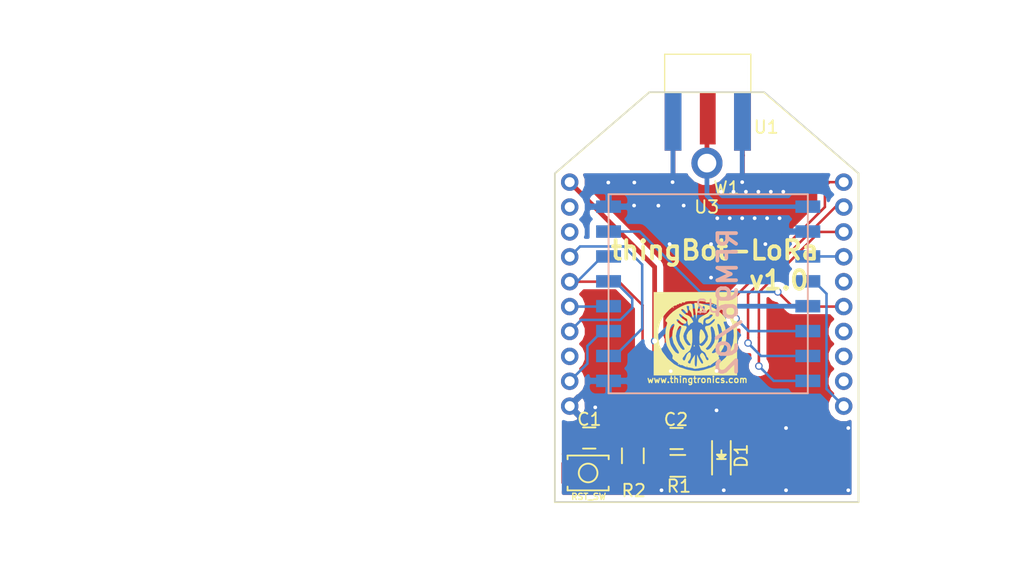
<source format=kicad_pcb>
(kicad_pcb (version 4) (host pcbnew 4.0.4-stable)

  (general
    (links 65)
    (no_connects 0)
    (area 170.939999 97.939999 195.420001 130.970001)
    (thickness 1.6)
    (drawings 12)
    (tracks 110)
    (zones 0)
    (modules 45)
    (nets 23)
  )

  (page A4)
  (title_block
    (title "thingBot-LoRa ")
    (date 2016-12-31)
    (rev v1.0)
  )

  (layers
    (0 F.Cu signal)
    (31 B.Cu signal)
    (32 B.Adhes user)
    (33 F.Adhes user)
    (34 B.Paste user)
    (35 F.Paste user)
    (36 B.SilkS user)
    (37 F.SilkS user)
    (38 B.Mask user)
    (39 F.Mask user)
    (40 Dwgs.User user)
    (44 Edge.Cuts user)
    (45 Margin user)
    (48 B.Fab user)
    (49 F.Fab user)
  )

  (setup
    (last_trace_width 0.2032)
    (trace_clearance 0.2)
    (zone_clearance 0)
    (zone_45_only no)
    (trace_min 0.016)
    (segment_width 0.2)
    (edge_width 0.1)
    (via_size 0.6)
    (via_drill 0.4)
    (via_min_size 0.04)
    (via_min_drill 0.3)
    (uvia_size 0.3)
    (uvia_drill 0.1)
    (uvias_allowed no)
    (uvia_min_size 0.2)
    (uvia_min_drill 0.1)
    (pcb_text_width 0.3)
    (pcb_text_size 1.5 1.5)
    (mod_edge_width 0.15)
    (mod_text_size 1 1)
    (mod_text_width 0.15)
    (pad_size 0.5 0.5)
    (pad_drill 0.3)
    (pad_to_mask_clearance 0)
    (aux_axis_origin 0 0)
    (visible_elements 7FFFEFFF)
    (pcbplotparams
      (layerselection 0x331ff_80000001)
      (usegerberextensions false)
      (excludeedgelayer true)
      (linewidth 0.100000)
      (plotframeref false)
      (viasonmask false)
      (mode 1)
      (useauxorigin false)
      (hpglpennumber 1)
      (hpglpenspeed 20)
      (hpglpendiameter 15)
      (hpglpenoverlay 2)
      (psnegative false)
      (psa4output false)
      (plotreference true)
      (plotvalue true)
      (plotinvisibletext false)
      (padsonsilk false)
      (subtractmaskfromsilk false)
      (outputformat 1)
      (mirror false)
      (drillshape 0)
      (scaleselection 1)
      (outputdirectory GERBERS/))
  )

  (net 0 "")
  (net 1 nRESET)
  (net 2 GND)
  (net 3 RFM_VIN)
  (net 4 "Net-(D1-Pad1)")
  (net 5 ANT)
  (net 6 SPI_SCK)
  (net 7 SPI_nCS)
  (net 8 DIO5)
  (net 9 DIO3)
  (net 10 DIO4)
  (net 11 DIO0)
  (net 12 DIO1)
  (net 13 DIO2)
  (net 14 "Net-(U3-Pad14)")
  (net 15 "Net-(U3-Pad13)")
  (net 16 "Net-(U3-Pad8)")
  (net 17 "Net-(U3-Pad3)")
  (net 18 "Net-(U3-Pad2)")
  (net 19 SPI_SOMI)
  (net 20 SPI_SIMO)
  (net 21 "Net-(U3-Pad16)")
  (net 22 "Net-(U3-Pad12)")

  (net_class Default "This is the default net class."
    (clearance 0.2)
    (trace_width 0.2032)
    (via_dia 0.6)
    (via_drill 0.4)
    (uvia_dia 0.3)
    (uvia_drill 0.1)
  )

  (net_class Antenna ""
    (clearance 0.4)
    (trace_width 0.381)
    (via_dia 0.6)
    (via_drill 0.4)
    (uvia_dia 0.3)
    (uvia_drill 0.1)
    (add_net ANT)
  )

  (net_class Power ""
    (clearance 0.2)
    (trace_width 0.381)
    (via_dia 0.6)
    (via_drill 0.4)
    (uvia_dia 0.3)
    (uvia_drill 0.1)
    (add_net GND)
    (add_net RFM_VIN)
  )

  (net_class Signals ""
    (clearance 0.2)
    (trace_width 0.2032)
    (via_dia 0.6)
    (via_drill 0.4)
    (uvia_dia 0.3)
    (uvia_drill 0.1)
    (add_net DIO0)
    (add_net DIO1)
    (add_net DIO2)
    (add_net DIO3)
    (add_net DIO4)
    (add_net DIO5)
    (add_net "Net-(D1-Pad1)")
    (add_net "Net-(U3-Pad12)")
    (add_net "Net-(U3-Pad13)")
    (add_net "Net-(U3-Pad14)")
    (add_net "Net-(U3-Pad16)")
    (add_net "Net-(U3-Pad2)")
    (add_net "Net-(U3-Pad3)")
    (add_net "Net-(U3-Pad8)")
    (add_net SPI_SCK)
    (add_net SPI_SIMO)
    (add_net SPI_SOMI)
    (add_net SPI_nCS)
    (add_net nRESET)
  )

  (module VIA'S:VIA_0.5mm (layer F.Cu) (tedit 58652746) (tstamp 58669217)
    (at 177.37 105.26)
    (fp_text reference REF** (at 0 -2.6) (layer F.Fab) hide
      (effects (font (size 1 1) (thickness 0.15)))
    )
    (fp_text value VIA_0.5mm (at 0.05 -1.45) (layer F.Fab) hide
      (effects (font (size 1 1) (thickness 0.15)))
    )
    (pad 1 thru_hole circle (at 0 0) (size 0.5 0.5) (drill 0.3) (layers *.Cu)
      (net 2 GND) (zone_connect 2))
  )

  (module VIA'S:VIA_0.5mm (layer F.Cu) (tedit 58652746) (tstamp 58666E17)
    (at 177.35 107.11)
    (fp_text reference REF** (at 0 -2.6) (layer F.Fab) hide
      (effects (font (size 1 1) (thickness 0.15)))
    )
    (fp_text value VIA_0.5mm (at 0.05 -1.45) (layer F.Fab) hide
      (effects (font (size 1 1) (thickness 0.15)))
    )
    (pad 1 thru_hole circle (at 0 0) (size 0.5 0.5) (drill 0.3) (layers *.Cu)
      (net 2 GND) (zone_connect 2))
  )

  (module VIA'S:VIA_0.5mm (layer F.Cu) (tedit 58652746) (tstamp 58666E0E)
    (at 179.3 107.12)
    (fp_text reference REF** (at 0 -2.6) (layer F.Fab) hide
      (effects (font (size 1 1) (thickness 0.15)))
    )
    (fp_text value VIA_0.5mm (at 0.05 -1.45) (layer F.Fab) hide
      (effects (font (size 1 1) (thickness 0.15)))
    )
    (pad 1 thru_hole circle (at 0 0) (size 0.5 0.5) (drill 0.3) (layers *.Cu)
      (net 2 GND) (zone_connect 2))
  )

  (module VIA'S:VIA_0.5mm (layer F.Cu) (tedit 5866304C) (tstamp 58666DC6)
    (at 186.03 105.9)
    (fp_text reference REF** (at 0 -2.6) (layer F.Fab) hide
      (effects (font (size 1 1) (thickness 0.15)))
    )
    (fp_text value VIA_0.5mm (at 0.05 -1.45) (layer F.Fab) hide
      (effects (font (size 1 1) (thickness 0.15)))
    )
    (pad 1 thru_hole circle (at 0 -0.67) (size 0.5 0.5) (drill 0.3) (layers *.Cu)
      (net 2 GND) (zone_connect 2))
  )

  (module VIA'S:VIA_0.5mm (layer F.Cu) (tedit 5866325D) (tstamp 586631E9)
    (at 187.89 110.29)
    (fp_text reference REF** (at 0 -2.6) (layer F.Fab) hide
      (effects (font (size 1 1) (thickness 0.15)))
    )
    (fp_text value VIA_0.5mm (at 0.05 -1.45) (layer F.Fab) hide
      (effects (font (size 1 1) (thickness 0.15)))
    )
    (pad 1 thru_hole circle (at 0 -0.08) (size 0.5 0.5) (drill 0.3) (layers *.Cu)
      (net 2 GND) (zone_connect 2))
  )

  (module VIA'S:VIA_0.5mm (layer F.Cu) (tedit 58663266) (tstamp 586631E4)
    (at 180.2 110.23)
    (fp_text reference REF** (at 0 -2.6) (layer F.Fab) hide
      (effects (font (size 1 1) (thickness 0.15)))
    )
    (fp_text value VIA_0.5mm (at 0.05 -1.45) (layer F.Fab) hide
      (effects (font (size 1 1) (thickness 0.15)))
    )
    (pad 1 thru_hole circle (at 0 -0.02) (size 0.5 0.5) (drill 0.3) (layers *.Cu)
      (net 2 GND) (zone_connect 2))
  )

  (module VIA'S:VIA_0.5mm (layer F.Cu) (tedit 58663272) (tstamp 586631E0)
    (at 183.53 110.21)
    (fp_text reference REF** (at 0 -2.6) (layer F.Fab) hide
      (effects (font (size 1 1) (thickness 0.15)))
    )
    (fp_text value VIA_0.5mm (at 0.05 -1.45) (layer F.Fab) hide
      (effects (font (size 1 1) (thickness 0.15)))
    )
    (pad 1 thru_hole circle (at 0 0) (size 0.5 0.5) (drill 0.3) (layers *.Cu)
      (net 2 GND) (zone_connect 2))
  )

  (module VIA'S:VIA_0.5mm (layer F.Cu) (tedit 5866327A) (tstamp 586631D7)
    (at 183.54 112.9)
    (fp_text reference REF** (at 0 -2.6) (layer F.Fab) hide
      (effects (font (size 1 1) (thickness 0.15)))
    )
    (fp_text value VIA_0.5mm (at 0.05 -1.45) (layer F.Fab) hide
      (effects (font (size 1 1) (thickness 0.15)))
    )
    (pad 1 thru_hole circle (at -0.01 0) (size 0.5 0.5) (drill 0.3) (layers *.Cu)
      (net 2 GND) (zone_connect 2))
  )

  (module VIA'S:VIA_0.5mm (layer F.Cu) (tedit 58652746) (tstamp 586631C4)
    (at 183.97 123.57)
    (fp_text reference REF** (at 0 -2.6) (layer F.Fab) hide
      (effects (font (size 1 1) (thickness 0.15)))
    )
    (fp_text value VIA_0.5mm (at 0.05 -1.45) (layer F.Fab) hide
      (effects (font (size 1 1) (thickness 0.15)))
    )
    (pad 1 thru_hole circle (at 0 0) (size 0.5 0.5) (drill 0.3) (layers *.Cu)
      (net 2 GND) (zone_connect 2))
  )

  (module VIA'S:VIA_0.5mm (layer F.Cu) (tedit 58652746) (tstamp 586631B9)
    (at 183.97 120.4)
    (fp_text reference REF** (at 0 -2.6) (layer F.Fab) hide
      (effects (font (size 1 1) (thickness 0.15)))
    )
    (fp_text value VIA_0.5mm (at 0.05 -1.45) (layer F.Fab) hide
      (effects (font (size 1 1) (thickness 0.15)))
    )
    (pad 1 thru_hole circle (at 0 0) (size 0.5 0.5) (drill 0.3) (layers *.Cu)
      (net 2 GND) (zone_connect 2))
  )

  (module VIA'S:VIA_0.5mm (layer F.Cu) (tedit 58652746) (tstamp 586631B2)
    (at 180.29 120.42)
    (fp_text reference REF** (at 0 -2.6) (layer F.Fab) hide
      (effects (font (size 1 1) (thickness 0.15)))
    )
    (fp_text value VIA_0.5mm (at 0.05 -1.45) (layer F.Fab) hide
      (effects (font (size 1 1) (thickness 0.15)))
    )
    (pad 1 thru_hole circle (at 0 0) (size 0.5 0.5) (drill 0.3) (layers *.Cu)
      (net 2 GND) (zone_connect 2))
  )

  (module VIA'S:VIA_0.5mm (layer F.Cu) (tedit 58652746) (tstamp 5866315C)
    (at 181.33 107.11)
    (fp_text reference REF** (at 0 -2.6) (layer F.Fab) hide
      (effects (font (size 1 1) (thickness 0.15)))
    )
    (fp_text value VIA_0.5mm (at 0.05 -1.45) (layer F.Fab) hide
      (effects (font (size 1 1) (thickness 0.15)))
    )
    (pad 1 thru_hole circle (at 0 0) (size 0.5 0.5) (drill 0.3) (layers *.Cu)
      (net 2 GND) (zone_connect 2))
  )

  (module VIA'S:VIA_0.5mm (layer F.Cu) (tedit 58652746) (tstamp 58663152)
    (at 180.44 105.23)
    (fp_text reference REF** (at 0 -2.6) (layer F.Fab) hide
      (effects (font (size 1 1) (thickness 0.15)))
    )
    (fp_text value VIA_0.5mm (at 0.05 -1.45) (layer F.Fab) hide
      (effects (font (size 1 1) (thickness 0.15)))
    )
    (pad 1 thru_hole circle (at 0 0) (size 0.5 0.5) (drill 0.3) (layers *.Cu)
      (net 2 GND) (zone_connect 2))
  )

  (module VIA'S:VIA_0.5mm (layer F.Cu) (tedit 58652746) (tstamp 58663122)
    (at 189.55 124.99)
    (fp_text reference REF** (at 0 -2.6) (layer F.Fab) hide
      (effects (font (size 1 1) (thickness 0.15)))
    )
    (fp_text value VIA_0.5mm (at 0.05 -1.45) (layer F.Fab) hide
      (effects (font (size 1 1) (thickness 0.15)))
    )
    (pad 1 thru_hole circle (at 0 0) (size 0.5 0.5) (drill 0.3) (layers *.Cu)
      (net 2 GND) (zone_connect 2))
  )

  (module VIA'S:VIA_0.5mm (layer F.Cu) (tedit 58652746) (tstamp 58663118)
    (at 194.55 124.99)
    (fp_text reference REF** (at 0 -2.6) (layer F.Fab) hide
      (effects (font (size 1 1) (thickness 0.15)))
    )
    (fp_text value VIA_0.5mm (at 0.05 -1.45) (layer F.Fab) hide
      (effects (font (size 1 1) (thickness 0.15)))
    )
    (pad 1 thru_hole circle (at 0 0) (size 0.5 0.5) (drill 0.3) (layers *.Cu)
      (net 2 GND) (zone_connect 2))
  )

  (module VIA'S:VIA_0.5mm (layer F.Cu) (tedit 58652746) (tstamp 586630D2)
    (at 194.55 129.99)
    (fp_text reference REF** (at 0 -2.6) (layer F.Fab) hide
      (effects (font (size 1 1) (thickness 0.15)))
    )
    (fp_text value VIA_0.5mm (at 0.05 -1.45) (layer F.Fab) hide
      (effects (font (size 1 1) (thickness 0.15)))
    )
    (pad 1 thru_hole circle (at 0 0) (size 0.5 0.5) (drill 0.3) (layers *.Cu)
      (net 2 GND) (zone_connect 2))
  )

  (module VIA'S:VIA_0.5mm (layer F.Cu) (tedit 58652746) (tstamp 586630CE)
    (at 189.55 129.99)
    (fp_text reference REF** (at 0 -2.6) (layer F.Fab) hide
      (effects (font (size 1 1) (thickness 0.15)))
    )
    (fp_text value VIA_0.5mm (at 0.05 -1.45) (layer F.Fab) hide
      (effects (font (size 1 1) (thickness 0.15)))
    )
    (pad 1 thru_hole circle (at 0 0) (size 0.5 0.5) (drill 0.3) (layers *.Cu)
      (net 2 GND) (zone_connect 2))
  )

  (module VIA'S:VIA_0.5mm (layer F.Cu) (tedit 58652746) (tstamp 586630CA)
    (at 184.55 129.99)
    (fp_text reference REF** (at 0 -2.6) (layer F.Fab) hide
      (effects (font (size 1 1) (thickness 0.15)))
    )
    (fp_text value VIA_0.5mm (at 0.05 -1.45) (layer F.Fab) hide
      (effects (font (size 1 1) (thickness 0.15)))
    )
    (pad 1 thru_hole circle (at 0 0) (size 0.5 0.5) (drill 0.3) (layers *.Cu)
      (net 2 GND) (zone_connect 2))
  )

  (module VIA'S:VIA_0.5mm (layer F.Cu) (tedit 5866304C) (tstamp 58662DF0)
    (at 184.33 106.67)
    (fp_text reference REF** (at 0 -2.6) (layer F.Fab) hide
      (effects (font (size 1 1) (thickness 0.15)))
    )
    (fp_text value VIA_0.5mm (at 0.05 -1.45) (layer F.Fab) hide
      (effects (font (size 1 1) (thickness 0.15)))
    )
    (pad 1 thru_hole circle (at 0 -0.67) (size 0.5 0.5) (drill 0.3) (layers *.Cu)
      (net 2 GND) (zone_connect 2))
  )

  (module VIA'S:VIA_0.5mm (layer F.Cu) (tedit 5866304C) (tstamp 58663072)
    (at 189.33 106.67)
    (fp_text reference REF** (at 0 -2.6) (layer F.Fab) hide
      (effects (font (size 1 1) (thickness 0.15)))
    )
    (fp_text value VIA_0.5mm (at 0.05 -1.45) (layer F.Fab) hide
      (effects (font (size 1 1) (thickness 0.15)))
    )
    (pad 1 thru_hole circle (at 0 -0.67) (size 0.5 0.5) (drill 0.3) (layers *.Cu)
      (net 2 GND) (zone_connect 2))
  )

  (module VIA'S:VIA_0.5mm (layer F.Cu) (tedit 5866304C) (tstamp 5866306E)
    (at 188.33 106.67)
    (fp_text reference REF** (at 0 -2.6) (layer F.Fab) hide
      (effects (font (size 1 1) (thickness 0.15)))
    )
    (fp_text value VIA_0.5mm (at 0.05 -1.45) (layer F.Fab) hide
      (effects (font (size 1 1) (thickness 0.15)))
    )
    (pad 1 thru_hole circle (at 0 -0.67) (size 0.5 0.5) (drill 0.3) (layers *.Cu)
      (net 2 GND) (zone_connect 2))
  )

  (module VIA'S:VIA_0.5mm (layer F.Cu) (tedit 5866304C) (tstamp 5866306A)
    (at 187.33 106.67)
    (fp_text reference REF** (at 0 -2.6) (layer F.Fab) hide
      (effects (font (size 1 1) (thickness 0.15)))
    )
    (fp_text value VIA_0.5mm (at 0.05 -1.45) (layer F.Fab) hide
      (effects (font (size 1 1) (thickness 0.15)))
    )
    (pad 1 thru_hole circle (at 0 -0.67) (size 0.5 0.5) (drill 0.3) (layers *.Cu)
      (net 2 GND) (zone_connect 2))
  )

  (module VIA'S:VIA_0.5mm (layer F.Cu) (tedit 5866304C) (tstamp 58663066)
    (at 186.33 106.67)
    (fp_text reference REF** (at 0 -2.6) (layer F.Fab) hide
      (effects (font (size 1 1) (thickness 0.15)))
    )
    (fp_text value VIA_0.5mm (at 0.05 -1.45) (layer F.Fab) hide
      (effects (font (size 1 1) (thickness 0.15)))
    )
    (pad 1 thru_hole circle (at 0 -0.67) (size 0.5 0.5) (drill 0.3) (layers *.Cu)
      (net 2 GND) (zone_connect 2))
  )

  (module VIA'S:VIA_0.5mm (layer F.Cu) (tedit 5866304C) (tstamp 58663062)
    (at 185.33 106.67)
    (fp_text reference REF** (at 0 -2.6) (layer F.Fab) hide
      (effects (font (size 1 1) (thickness 0.15)))
    )
    (fp_text value VIA_0.5mm (at 0.05 -1.45) (layer F.Fab) hide
      (effects (font (size 1 1) (thickness 0.15)))
    )
    (pad 1 thru_hole circle (at 0 -0.67) (size 0.5 0.5) (drill 0.3) (layers *.Cu)
      (net 2 GND) (zone_connect 2))
  )

  (module VIA'S:VIA_0.5mm (layer F.Cu) (tedit 58652746) (tstamp 58663024)
    (at 189.03 108.13)
    (fp_text reference REF** (at 0 -2.6) (layer F.Fab) hide
      (effects (font (size 1 1) (thickness 0.15)))
    )
    (fp_text value VIA_0.5mm (at 0.05 -1.45) (layer F.Fab) hide
      (effects (font (size 1 1) (thickness 0.15)))
    )
    (pad 1 thru_hole circle (at 0 0) (size 0.5 0.5) (drill 0.3) (layers *.Cu)
      (net 2 GND) (zone_connect 2))
  )

  (module VIA'S:VIA_0.5mm (layer F.Cu) (tedit 58652746) (tstamp 58663020)
    (at 188.03 108.13)
    (fp_text reference REF** (at 0 -2.6) (layer F.Fab) hide
      (effects (font (size 1 1) (thickness 0.15)))
    )
    (fp_text value VIA_0.5mm (at 0.05 -1.45) (layer F.Fab) hide
      (effects (font (size 1 1) (thickness 0.15)))
    )
    (pad 1 thru_hole circle (at 0 0) (size 0.5 0.5) (drill 0.3) (layers *.Cu)
      (net 2 GND) (zone_connect 2))
  )

  (module VIA'S:VIA_0.5mm (layer F.Cu) (tedit 58652746) (tstamp 5866301C)
    (at 187.03 108.13)
    (fp_text reference REF** (at 0 -2.6) (layer F.Fab) hide
      (effects (font (size 1 1) (thickness 0.15)))
    )
    (fp_text value VIA_0.5mm (at 0.05 -1.45) (layer F.Fab) hide
      (effects (font (size 1 1) (thickness 0.15)))
    )
    (pad 1 thru_hole circle (at 0 0) (size 0.5 0.5) (drill 0.3) (layers *.Cu)
      (net 2 GND) (zone_connect 2))
  )

  (module VIA'S:VIA_0.5mm (layer F.Cu) (tedit 58652746) (tstamp 58663018)
    (at 186.03 108.13)
    (fp_text reference REF** (at 0 -2.6) (layer F.Fab) hide
      (effects (font (size 1 1) (thickness 0.15)))
    )
    (fp_text value VIA_0.5mm (at 0.05 -1.45) (layer F.Fab) hide
      (effects (font (size 1 1) (thickness 0.15)))
    )
    (pad 1 thru_hole circle (at 0 0) (size 0.5 0.5) (drill 0.3) (layers *.Cu)
      (net 2 GND) (zone_connect 2))
  )

  (module VIA'S:VIA_0.5mm (layer F.Cu) (tedit 58652746) (tstamp 58663014)
    (at 185.03 108.13)
    (fp_text reference REF** (at 0 -2.6) (layer F.Fab) hide
      (effects (font (size 1 1) (thickness 0.15)))
    )
    (fp_text value VIA_0.5mm (at 0.05 -1.45) (layer F.Fab) hide
      (effects (font (size 1 1) (thickness 0.15)))
    )
    (pad 1 thru_hole circle (at 0 0) (size 0.5 0.5) (drill 0.3) (layers *.Cu)
      (net 2 GND) (zone_connect 2))
  )

  (module VIA'S:VIA_0.5mm (layer F.Cu) (tedit 58652746) (tstamp 58662DAC)
    (at 184.03 108.13)
    (fp_text reference REF** (at 0 -2.6) (layer F.Fab) hide
      (effects (font (size 1 1) (thickness 0.15)))
    )
    (fp_text value VIA_0.5mm (at 0.05 -1.45) (layer F.Fab) hide
      (effects (font (size 1 1) (thickness 0.15)))
    )
    (pad 1 thru_hole circle (at 0 0) (size 0.5 0.5) (drill 0.3) (layers *.Cu)
      (net 2 GND) (zone_connect 2))
  )

  (module VIA'S:VIA_0.5mm (layer F.Cu) (tedit 58652746) (tstamp 58655E62)
    (at 179.55 129.99)
    (fp_text reference REF** (at 0 -2.6) (layer F.Fab) hide
      (effects (font (size 1 1) (thickness 0.15)))
    )
    (fp_text value VIA_0.5mm (at 0.05 -1.45) (layer F.Fab) hide
      (effects (font (size 1 1) (thickness 0.15)))
    )
    (pad 1 thru_hole circle (at 0 0) (size 0.5 0.5) (drill 0.3) (layers *.Cu)
      (net 2 GND) (zone_connect 2))
  )

  (module VIA'S:VIA_0.5mm (layer F.Cu) (tedit 58652746) (tstamp 58655E5C)
    (at 175.28 105.26)
    (fp_text reference REF** (at 0 -2.6) (layer F.Fab) hide
      (effects (font (size 1 1) (thickness 0.15)))
    )
    (fp_text value VIA_0.5mm (at 0.05 -1.45) (layer F.Fab) hide
      (effects (font (size 1 1) (thickness 0.15)))
    )
    (pad 1 thru_hole circle (at 0 0) (size 0.5 0.5) (drill 0.3) (layers *.Cu)
      (net 2 GND) (zone_connect 2))
  )

  (module Capacitors_SMD:C_0805_HandSoldering (layer F.Cu) (tedit 541A9B8D) (tstamp 58564708)
    (at 180.76 125.83 180)
    (descr "Capacitor SMD 0805, hand soldering")
    (tags "capacitor 0805")
    (path /58569A7D)
    (attr smd)
    (fp_text reference C2 (at 0.05 1.52 180) (layer F.SilkS)
      (effects (font (size 1 1) (thickness 0.15)))
    )
    (fp_text value 0.1uF (at 0 2.1 180) (layer F.Fab)
      (effects (font (size 1 1) (thickness 0.15)))
    )
    (fp_line (start -1 0.625) (end -1 -0.625) (layer F.Fab) (width 0.15))
    (fp_line (start 1 0.625) (end -1 0.625) (layer F.Fab) (width 0.15))
    (fp_line (start 1 -0.625) (end 1 0.625) (layer F.Fab) (width 0.15))
    (fp_line (start -1 -0.625) (end 1 -0.625) (layer F.Fab) (width 0.15))
    (fp_line (start -2.3 -1) (end 2.3 -1) (layer F.CrtYd) (width 0.05))
    (fp_line (start -2.3 1) (end 2.3 1) (layer F.CrtYd) (width 0.05))
    (fp_line (start -2.3 -1) (end -2.3 1) (layer F.CrtYd) (width 0.05))
    (fp_line (start 2.3 -1) (end 2.3 1) (layer F.CrtYd) (width 0.05))
    (fp_line (start 0.5 -0.85) (end -0.5 -0.85) (layer F.SilkS) (width 0.15))
    (fp_line (start -0.5 0.85) (end 0.5 0.85) (layer F.SilkS) (width 0.15))
    (pad 1 smd rect (at -1.25 0 180) (size 1.5 1.25) (layers F.Cu F.Paste F.Mask)
      (net 3 RFM_VIN))
    (pad 2 smd rect (at 1.25 0 180) (size 1.5 1.25) (layers F.Cu F.Paste F.Mask)
      (net 2 GND))
    (model Capacitors_SMD.3dshapes/C_0805_HandSoldering.wrl
      (at (xyz 0 0 0))
      (scale (xyz 1 1 1))
      (rotate (xyz 0 0 0))
    )
  )

  (module Resistors_SMD:R_0805_HandSoldering (layer F.Cu) (tedit 5846BB9D) (tstamp 58454ABB)
    (at 177.25 127.22 270)
    (descr "Resistor SMD 0805, hand soldering")
    (tags "resistor 0805")
    (path /583C38A1)
    (attr smd)
    (fp_text reference R2 (at 2.8 -0.07 360) (layer F.SilkS)
      (effects (font (size 1 1) (thickness 0.15)))
    )
    (fp_text value 1K (at 4.16 0.02 270) (layer F.Fab)
      (effects (font (size 1 1) (thickness 0.15)))
    )
    (fp_line (start -1 0.625) (end -1 -0.625) (layer F.Fab) (width 0.1))
    (fp_line (start 1 0.625) (end -1 0.625) (layer F.Fab) (width 0.1))
    (fp_line (start 1 -0.625) (end 1 0.625) (layer F.Fab) (width 0.1))
    (fp_line (start -1 -0.625) (end 1 -0.625) (layer F.Fab) (width 0.1))
    (fp_line (start -2.4 -1) (end 2.4 -1) (layer F.CrtYd) (width 0.05))
    (fp_line (start -2.4 1) (end 2.4 1) (layer F.CrtYd) (width 0.05))
    (fp_line (start -2.4 -1) (end -2.4 1) (layer F.CrtYd) (width 0.05))
    (fp_line (start 2.4 -1) (end 2.4 1) (layer F.CrtYd) (width 0.05))
    (fp_line (start 0.6 0.875) (end -0.6 0.875) (layer F.SilkS) (width 0.15))
    (fp_line (start -0.6 -0.875) (end 0.6 -0.875) (layer F.SilkS) (width 0.15))
    (pad 1 smd rect (at -1.35 0 270) (size 1.5 1.3) (layers F.Cu F.Paste F.Mask)
      (net 3 RFM_VIN))
    (pad 2 smd rect (at 1.35 0 270) (size 1.5 1.3) (layers F.Cu F.Paste F.Mask)
      (net 1 nRESET))
    (model Resistors_SMD.3dshapes/R_0805_HandSoldering.wrl
      (at (xyz 0 0 0))
      (scale (xyz 1 1 1))
      (rotate (xyz 0 0 0))
    )
  )

  (module Xbee:Xbee_mod locked (layer F.Cu) (tedit 58453131) (tstamp 584D7580)
    (at 172.18 105.23)
    (path /5843EEBB)
    (fp_text reference U3 (at 11 2) (layer F.SilkS)
      (effects (font (size 1 1) (thickness 0.15)))
    )
    (fp_text value XBEE_MODULE (at 11 0) (layer F.Fab)
      (effects (font (size 1 1) (thickness 0.15)))
    )
    (fp_line (start -1.19 -0.7) (end -1.19 25.71) (layer F.SilkS) (width 0.15))
    (fp_line (start -1.19 25.71) (end 23.19 25.71) (layer F.SilkS) (width 0.15))
    (fp_line (start 23.19 25.71) (end 23.19 -0.7) (layer F.SilkS) (width 0.15))
    (fp_line (start 23.19 -0.7) (end 15.6 -7.23) (layer F.SilkS) (width 0.15))
    (fp_line (start 15.6 -7.23) (end 6.4 -7.23) (layer F.SilkS) (width 0.15))
    (fp_line (start 6.4 -7.23) (end -1.19 -0.7) (layer F.SilkS) (width 0.15))
    (pad 20 thru_hole circle (at 22 0) (size 1.4 1.4) (drill 0.8) (layers *.Cu *.Mask)
      (net 11 DIO0))
    (pad 19 thru_hole circle (at 22 2) (size 1.4 1.4) (drill 0.8) (layers *.Cu *.Mask)
      (net 12 DIO1))
    (pad 18 thru_hole circle (at 22 4) (size 1.4 1.4) (drill 0.8) (layers *.Cu *.Mask)
      (net 13 DIO2))
    (pad 17 thru_hole circle (at 22 6) (size 1.4 1.4) (drill 0.8) (layers *.Cu *.Mask)
      (net 9 DIO3))
    (pad 16 thru_hole circle (at 22 8) (size 1.4 1.4) (drill 0.8) (layers *.Cu *.Mask)
      (net 21 "Net-(U3-Pad16)"))
    (pad 15 thru_hole circle (at 22 10) (size 1.4 1.4) (drill 0.8) (layers *.Cu *.Mask)
      (net 8 DIO5))
    (pad 14 thru_hole circle (at 22 12) (size 1.4 1.4) (drill 0.8) (layers *.Cu *.Mask)
      (net 14 "Net-(U3-Pad14)"))
    (pad 13 thru_hole circle (at 22 14) (size 1.4 1.4) (drill 0.8) (layers *.Cu *.Mask)
      (net 15 "Net-(U3-Pad13)"))
    (pad 12 thru_hole circle (at 22 16) (size 1.4 1.4) (drill 0.8) (layers *.Cu *.Mask)
      (net 22 "Net-(U3-Pad12)"))
    (pad 11 thru_hole circle (at 22 18) (size 1.4 1.4) (drill 0.8) (layers *.Cu *.Mask)
      (net 10 DIO4))
    (pad 10 thru_hole circle (at 0 18) (size 1.4 1.4) (drill 0.8) (layers *.Cu *.Mask)
      (net 2 GND))
    (pad 9 thru_hole circle (at 0 16) (size 1.4 1.4) (drill 0.8) (layers *.Cu *.Mask)
      (net 20 SPI_SIMO))
    (pad 8 thru_hole circle (at 0 14) (size 1.4 1.4) (drill 0.8) (layers *.Cu *.Mask)
      (net 16 "Net-(U3-Pad8)"))
    (pad 7 thru_hole circle (at 0 12) (size 1.4 1.4) (drill 0.8) (layers *.Cu *.Mask)
      (net 7 SPI_nCS))
    (pad 6 thru_hole circle (at 0 10) (size 1.4 1.4) (drill 0.8) (layers *.Cu *.Mask)
      (net 6 SPI_SCK))
    (pad 5 thru_hole circle (at 0 8) (size 1.4 1.4) (drill 0.8) (layers *.Cu *.Mask)
      (net 1 nRESET))
    (pad 4 thru_hole circle (at 0 6) (size 1.4 1.4) (drill 0.8) (layers *.Cu *.Mask)
      (net 19 SPI_SOMI))
    (pad 3 thru_hole circle (at 0 4) (size 1.4 1.4) (drill 0.8) (layers *.Cu *.Mask)
      (net 17 "Net-(U3-Pad3)"))
    (pad 2 thru_hole circle (at 0 2) (size 1.4 1.4) (drill 0.8) (layers *.Cu *.Mask)
      (net 18 "Net-(U3-Pad2)"))
    (pad 1 thru_hole circle (at 0 0) (size 1.4 1.4) (drill 0.8) (layers *.Cu *.Mask)
      (net 3 RFM_VIN))
  )

  (module LEDs:LED_0805 (layer F.Cu) (tedit 5846BBAE) (tstamp 58454AAF)
    (at 184.36 127.13 90)
    (descr "LED 0805 smd package")
    (tags "LED 0805 SMD")
    (path /5838C372)
    (attr smd)
    (fp_text reference D1 (at -0.09 1.59 90) (layer F.SilkS)
      (effects (font (size 1 1) (thickness 0.15)))
    )
    (fp_text value POWER (at -5 -1.4 90) (layer F.Fab)
      (effects (font (size 1 1) (thickness 0.15)))
    )
    (fp_line (start -0.4 -0.3) (end -0.4 0.3) (layer F.Fab) (width 0.15))
    (fp_line (start -0.3 0) (end 0 -0.3) (layer F.Fab) (width 0.15))
    (fp_line (start 0 0.3) (end -0.3 0) (layer F.Fab) (width 0.15))
    (fp_line (start 0 -0.3) (end 0 0.3) (layer F.Fab) (width 0.15))
    (fp_line (start 1 -0.6) (end -1 -0.6) (layer F.Fab) (width 0.15))
    (fp_line (start 1 0.6) (end 1 -0.6) (layer F.Fab) (width 0.15))
    (fp_line (start -1 0.6) (end 1 0.6) (layer F.Fab) (width 0.15))
    (fp_line (start -1 -0.6) (end -1 0.6) (layer F.Fab) (width 0.15))
    (fp_line (start -1.6 0.75) (end 1.1 0.75) (layer F.SilkS) (width 0.15))
    (fp_line (start -1.6 -0.75) (end 1.1 -0.75) (layer F.SilkS) (width 0.15))
    (fp_line (start -0.1 0.15) (end -0.1 -0.1) (layer F.SilkS) (width 0.15))
    (fp_line (start -0.1 -0.1) (end -0.25 0.05) (layer F.SilkS) (width 0.15))
    (fp_line (start -0.35 -0.35) (end -0.35 0.35) (layer F.SilkS) (width 0.15))
    (fp_line (start 0 0) (end 0.35 0) (layer F.SilkS) (width 0.15))
    (fp_line (start -0.35 0) (end 0 -0.35) (layer F.SilkS) (width 0.15))
    (fp_line (start 0 -0.35) (end 0 0.35) (layer F.SilkS) (width 0.15))
    (fp_line (start 0 0.35) (end -0.35 0) (layer F.SilkS) (width 0.15))
    (fp_line (start 1.9 -0.95) (end 1.9 0.95) (layer F.CrtYd) (width 0.05))
    (fp_line (start 1.9 0.95) (end -1.9 0.95) (layer F.CrtYd) (width 0.05))
    (fp_line (start -1.9 0.95) (end -1.9 -0.95) (layer F.CrtYd) (width 0.05))
    (fp_line (start -1.9 -0.95) (end 1.9 -0.95) (layer F.CrtYd) (width 0.05))
    (pad 2 smd rect (at 1.04902 0 270) (size 1.19888 1.19888) (layers F.Cu F.Paste F.Mask)
      (net 3 RFM_VIN))
    (pad 1 smd rect (at -1.04902 0 270) (size 1.19888 1.19888) (layers F.Cu F.Paste F.Mask)
      (net 4 "Net-(D1-Pad1)"))
    (model LEDs.3dshapes/LED_0805.wrl
      (at (xyz 0 0 0))
      (scale (xyz 1 1 1))
      (rotate (xyz 0 0 0))
    )
  )

  (module Temp:RFM92_95_96_98 (layer B.Cu) (tedit 585233AB) (tstamp 58454ADE)
    (at 175.3 121.2)
    (path /583BEAC0)
    (fp_text reference U2 (at 8 -6) (layer B.SilkS)
      (effects (font (size 1 1) (thickness 0.15)) (justify mirror))
    )
    (fp_text value RFM92/95 (at 7.99 -2.51) (layer B.Fab) hide
      (effects (font (size 1 1) (thickness 0.15)) (justify mirror))
    )
    (fp_line (start 0 1) (end 0 -15) (layer B.SilkS) (width 0.15))
    (fp_line (start 0 -15) (end 16 -15) (layer B.SilkS) (width 0.15))
    (fp_line (start 16 -15) (end 16 1) (layer B.SilkS) (width 0.15))
    (fp_line (start 16 1) (end 0 1) (layer B.SilkS) (width 0.15))
    (pad 1 smd rect (at 0 0) (size 2 1) (layers B.Cu B.Paste B.Mask)
      (net 2 GND))
    (pad 2 smd rect (at 0 -2) (size 2 1) (layers B.Cu B.Paste B.Mask)
      (net 19 SPI_SOMI))
    (pad 3 smd rect (at 0 -4) (size 2 1) (layers B.Cu B.Paste B.Mask)
      (net 20 SPI_SIMO))
    (pad 4 smd rect (at 0 -6) (size 2 1) (layers B.Cu B.Paste B.Mask)
      (net 6 SPI_SCK))
    (pad 5 smd rect (at 0 -8) (size 2 1) (layers B.Cu B.Paste B.Mask)
      (net 7 SPI_nCS))
    (pad 6 smd rect (at 0 -10) (size 2 1) (layers B.Cu B.Paste B.Mask)
      (net 1 nRESET))
    (pad 7 smd rect (at 0 -12) (size 2 1) (layers B.Cu B.Paste B.Mask)
      (net 8 DIO5))
    (pad 8 smd rect (at 0 -14) (size 2 1) (layers B.Cu B.Paste B.Mask)
      (net 2 GND))
    (pad 9 smd rect (at 16 -14) (size 2 1) (layers B.Cu B.Paste B.Mask)
      (net 5 ANT))
    (pad 10 smd rect (at 16 -12) (size 2 1) (layers B.Cu B.Paste B.Mask)
      (net 2 GND))
    (pad 11 smd rect (at 16 -10) (size 2 1) (layers B.Cu B.Paste B.Mask)
      (net 9 DIO3))
    (pad 12 smd rect (at 16 -8) (size 2 1) (layers B.Cu B.Paste B.Mask)
      (net 10 DIO4))
    (pad 13 smd rect (at 16 -6) (size 2 1) (layers B.Cu B.Paste B.Mask)
      (net 3 RFM_VIN))
    (pad 14 smd rect (at 16 -4) (size 2 1) (layers B.Cu B.Paste B.Mask)
      (net 11 DIO0))
    (pad 15 smd rect (at 16 -2) (size 2 1) (layers B.Cu B.Paste B.Mask)
      (net 12 DIO1))
    (pad 16 smd rect (at 16 0) (size 2 1) (layers B.Cu B.Paste B.Mask)
      (net 13 DIO2))
  )

  (module Capacitors_SMD:C_0805_HandSoldering (layer F.Cu) (tedit 58455D10) (tstamp 58454AA9)
    (at 173.75 125.79 180)
    (descr "Capacitor SMD 0805, hand soldering")
    (tags "capacitor 0805")
    (path /5838E25D)
    (attr smd)
    (fp_text reference C1 (at -0.01 1.5 180) (layer F.SilkS)
      (effects (font (size 1 1) (thickness 0.15)))
    )
    (fp_text value 15nF (at 4.58 2.69 180) (layer F.Fab)
      (effects (font (size 1 1) (thickness 0.15)))
    )
    (fp_line (start -1 0.625) (end -1 -0.625) (layer F.Fab) (width 0.15))
    (fp_line (start 1 0.625) (end -1 0.625) (layer F.Fab) (width 0.15))
    (fp_line (start 1 -0.625) (end 1 0.625) (layer F.Fab) (width 0.15))
    (fp_line (start -1 -0.625) (end 1 -0.625) (layer F.Fab) (width 0.15))
    (fp_line (start -2.3 -1) (end 2.3 -1) (layer F.CrtYd) (width 0.05))
    (fp_line (start -2.3 1) (end 2.3 1) (layer F.CrtYd) (width 0.05))
    (fp_line (start -2.3 -1) (end -2.3 1) (layer F.CrtYd) (width 0.05))
    (fp_line (start 2.3 -1) (end 2.3 1) (layer F.CrtYd) (width 0.05))
    (fp_line (start 0.5 -0.85) (end -0.5 -0.85) (layer F.SilkS) (width 0.15))
    (fp_line (start -0.5 0.85) (end 0.5 0.85) (layer F.SilkS) (width 0.15))
    (pad 1 smd rect (at -1.25 0 180) (size 1.5 1.25) (layers F.Cu F.Paste F.Mask)
      (net 1 nRESET))
    (pad 2 smd rect (at 1.25 0 180) (size 1.5 1.25) (layers F.Cu F.Paste F.Mask)
      (net 2 GND))
    (model Capacitors_SMD.3dshapes/C_0805_HandSoldering.wrl
      (at (xyz 0 0 0))
      (scale (xyz 1 1 1))
      (rotate (xyz 0 0 0))
    )
  )

  (module Resistors_SMD:R_0805_HandSoldering (layer F.Cu) (tedit 58307B90) (tstamp 58454AB5)
    (at 180.86 128.03 180)
    (descr "Resistor SMD 0805, hand soldering")
    (tags "resistor 0805")
    (path /5838C3C9)
    (attr smd)
    (fp_text reference R1 (at -0.09 -1.63 360) (layer F.SilkS)
      (effects (font (size 1 1) (thickness 0.15)))
    )
    (fp_text value 1K (at 0 2.1 180) (layer F.Fab)
      (effects (font (size 1 1) (thickness 0.15)))
    )
    (fp_line (start -1 0.625) (end -1 -0.625) (layer F.Fab) (width 0.1))
    (fp_line (start 1 0.625) (end -1 0.625) (layer F.Fab) (width 0.1))
    (fp_line (start 1 -0.625) (end 1 0.625) (layer F.Fab) (width 0.1))
    (fp_line (start -1 -0.625) (end 1 -0.625) (layer F.Fab) (width 0.1))
    (fp_line (start -2.4 -1) (end 2.4 -1) (layer F.CrtYd) (width 0.05))
    (fp_line (start -2.4 1) (end 2.4 1) (layer F.CrtYd) (width 0.05))
    (fp_line (start -2.4 -1) (end -2.4 1) (layer F.CrtYd) (width 0.05))
    (fp_line (start 2.4 -1) (end 2.4 1) (layer F.CrtYd) (width 0.05))
    (fp_line (start 0.6 0.875) (end -0.6 0.875) (layer F.SilkS) (width 0.15))
    (fp_line (start -0.6 -0.875) (end 0.6 -0.875) (layer F.SilkS) (width 0.15))
    (pad 1 smd rect (at -1.35 0 180) (size 1.5 1.3) (layers F.Cu F.Paste F.Mask)
      (net 4 "Net-(D1-Pad1)"))
    (pad 2 smd rect (at 1.35 0 180) (size 1.5 1.3) (layers F.Cu F.Paste F.Mask)
      (net 2 GND))
    (model Resistors_SMD.3dshapes/R_0805_HandSoldering.wrl
      (at (xyz 0 0 0))
      (scale (xyz 1 1 1))
      (rotate (xyz 0 0 0))
    )
  )

  (module Buttons_Switches_SMD:SW_SPST_B3U-1000P (layer F.Cu) (tedit 58663B71) (tstamp 58454AC1)
    (at 173.66 128.6)
    (descr "Ultra-small-sized Tactile Switch with High Contact Reliability, Top-actuated Model, without Ground Terminal, without Boss")
    (tags "Tactile Switch")
    (path /5838DE71)
    (attr smd)
    (fp_text reference RST_SW (at 0.04 1.9) (layer F.SilkS)
      (effects (font (size 0.5 0.5) (thickness 0.11)))
    )
    (fp_text value RESET (at -5.3 2.89) (layer F.Fab)
      (effects (font (size 1 1) (thickness 0.15)))
    )
    (fp_line (start -2.4 1.65) (end 2.4 1.65) (layer F.CrtYd) (width 0.05))
    (fp_line (start 2.4 1.65) (end 2.4 -1.65) (layer F.CrtYd) (width 0.05))
    (fp_line (start 2.4 -1.65) (end -2.4 -1.65) (layer F.CrtYd) (width 0.05))
    (fp_line (start -2.4 -1.65) (end -2.4 1.65) (layer F.CrtYd) (width 0.05))
    (fp_circle (center 0 0) (end 0.75 0) (layer F.SilkS) (width 0.15))
    (fp_line (start -1.65 1.1) (end -1.65 1.4) (layer F.SilkS) (width 0.15))
    (fp_line (start -1.65 1.4) (end 1.65 1.4) (layer F.SilkS) (width 0.15))
    (fp_line (start 1.65 1.4) (end 1.65 1.1) (layer F.SilkS) (width 0.15))
    (fp_line (start -1.65 -1.1) (end -1.65 -1.4) (layer F.SilkS) (width 0.15))
    (fp_line (start -1.65 -1.4) (end 1.65 -1.4) (layer F.SilkS) (width 0.15))
    (fp_line (start 1.65 -1.4) (end 1.65 -1.1) (layer F.SilkS) (width 0.15))
    (fp_line (start -1.5 -1.25) (end 1.5 -1.25) (layer F.Fab) (width 0.15))
    (fp_line (start 1.5 -1.25) (end 1.5 1.25) (layer F.Fab) (width 0.15))
    (fp_line (start 1.5 1.25) (end -1.5 1.25) (layer F.Fab) (width 0.15))
    (fp_line (start -1.5 1.25) (end -1.5 -1.25) (layer F.Fab) (width 0.15))
    (pad 1 smd rect (at -1.7 0) (size 0.9 1.7) (layers F.Cu F.Paste F.Mask)
      (net 2 GND))
    (pad 2 smd rect (at 1.7 0) (size 0.9 1.7) (layers F.Cu F.Paste F.Mask)
      (net 1 nRESET))
  )

  (module sma:EDGE_SMA_5 (layer F.Cu) (tedit 58451167) (tstamp 58454ACA)
    (at 186.05 100.35 270)
    (path /583BE8AA)
    (fp_text reference U1 (at 0.46 -1.91 360) (layer F.SilkS)
      (effects (font (size 1 1) (thickness 0.15)))
    )
    (fp_text value EDGE_SMA (at -7.3 3.1 360) (layer F.Fab)
      (effects (font (size 1 1) (thickness 0.15)))
    )
    (fp_line (start -5.4 6.245) (end -5.4 -0.675) (layer F.SilkS) (width 0.1))
    (fp_line (start -2.35 -0.675) (end -5.4 -0.675) (layer F.SilkS) (width 0.1))
    (fp_line (start -2.35 -0.675) (end -2.35 6.245) (layer F.SilkS) (width 0.1))
    (fp_line (start -2.35 6.245) (end -5.4 6.245) (layer F.SilkS) (width 0.1))
    (pad 5 smd rect (at 0 5.57 270) (size 4.7 1.35) (layers B.Cu F.Paste F.Mask)
      (net 2 GND))
    (pad 3 smd rect (at 0 0 270) (size 4.7 1.35) (layers B.Cu F.Paste F.Mask)
      (net 2 GND))
    (pad 2 smd rect (at 0 0 270) (size 4.7 1.35) (layers F.Cu F.Paste F.Mask)
      (net 2 GND))
    (pad 1 smd rect (at -0.25 2.785 270) (size 4.2 1.27) (layers F.Cu F.Paste F.Mask)
      (net 5 ANT))
    (pad 4 smd rect (at 0 5.57 270) (size 4.7 1.35) (layers F.Cu F.Paste F.Mask)
      (net 2 GND))
  )

  (module logos:thingTronics_10mm (layer F.Cu) (tedit 5850D537) (tstamp 5850EFE7)
    (at 182.23 117.37)
    (fp_text reference G*** (at 6.64 -6.13) (layer F.SilkS) hide
      (effects (font (thickness 0.3)))
    )
    (fp_text value LOGO (at 0.51 -5.9) (layer F.SilkS) hide
      (effects (font (thickness 0.3)))
    )
    (fp_poly (pts (xy 3.386666 3.386666) (xy -3.302 3.386666) (xy -3.302 0.295377) (xy -2.950585 0.295377)
      (xy -2.949588 0.313193) (xy -2.849243 0.93169) (xy -2.614763 1.479418) (xy -2.230434 1.990246)
      (xy -2.116497 2.108773) (xy -1.681037 2.482178) (xy -1.217945 2.739298) (xy -0.662697 2.914944)
      (xy -0.592667 2.930909) (xy -0.221596 3.005236) (xy 0.059911 3.034462) (xy 0.325161 3.01983)
      (xy 0.647456 2.962581) (xy 0.694332 2.952719) (xy 1.38609 2.732469) (xy 1.98222 2.394316)
      (xy 2.468849 1.953919) (xy 2.832103 1.42694) (xy 3.058112 0.82904) (xy 3.133085 0.199562)
      (xy 3.105259 -0.235093) (xy 3.030783 -0.64343) (xy 2.985055 -0.795139) (xy 2.868078 -1.047301)
      (xy 2.701524 -1.317725) (xy 2.513098 -1.571577) (xy 2.330507 -1.77402) (xy 2.181454 -1.890221)
      (xy 2.10706 -1.899063) (xy 2.049392 -1.915755) (xy 2.051068 -1.962207) (xy 2.003704 -2.057816)
      (xy 1.932142 -2.075414) (xy 1.768126 -2.117594) (xy 1.720475 -2.152488) (xy 1.7104 -2.18911)
      (xy 1.756833 -2.167578) (xy 1.850917 -2.138221) (xy 1.862666 -2.152283) (xy 1.78958 -2.236704)
      (xy 1.60919 -2.333934) (xy 1.379796 -2.42145) (xy 1.159701 -2.476728) (xy 1.015262 -2.479673)
      (xy 0.882232 -2.467107) (xy 0.870694 -2.510381) (xy 0.815611 -2.54856) (xy 0.608168 -2.575699)
      (xy 0.265081 -2.59015) (xy 0.042333 -2.592103) (xy -0.363735 -2.584787) (xy -0.642716 -2.563938)
      (xy -0.777895 -2.531206) (xy -0.786028 -2.510381) (xy -0.809719 -2.463352) (xy -0.918211 -2.476434)
      (xy -1.045605 -2.485709) (xy -1.044562 -2.43305) (xy -1.04988 -2.377698) (xy -1.129111 -2.395955)
      (xy -1.246257 -2.402091) (xy -1.27 -2.363013) (xy -1.322028 -2.314925) (xy -1.354667 -2.328334)
      (xy -1.432561 -2.318812) (xy -1.439334 -2.286001) (xy -1.486945 -2.227205) (xy -1.513915 -2.237434)
      (xy -1.628828 -2.218168) (xy -1.817747 -2.0973) (xy -2.046776 -1.903731) (xy -2.282016 -1.666362)
      (xy -2.489572 -1.414091) (xy -2.505431 -1.392074) (xy -2.784307 -0.890041) (xy -2.929346 -0.340401)
      (xy -2.950585 0.295377) (xy -3.302 0.295377) (xy -3.302 -3.302) (xy 3.386666 -3.302)
      (xy 3.386666 3.386666)) (layer F.SilkS) (width 0.01))
    (fp_poly (pts (xy 0.251996 -2.415461) (xy 0.483617 -2.381147) (xy 1.158463 -2.203484) (xy 1.739134 -1.896157)
      (xy 2.150414 -1.552675) (xy 2.401361 -1.277601) (xy 2.523607 -1.077276) (xy 2.513667 -0.959941)
      (xy 2.413 -0.931334) (xy 2.328756 -0.930337) (xy 2.298805 -0.899202) (xy 2.322876 -0.795713)
      (xy 2.400699 -0.577654) (xy 2.410558 -0.550334) (xy 2.534418 0.025124) (xy 2.490415 0.600777)
      (xy 2.27806 1.179512) (xy 2.054508 1.551505) (xy 1.923699 1.763156) (xy 1.895477 1.885118)
      (xy 1.943121 1.94473) (xy 1.969459 2.01536) (xy 1.863972 2.128603) (xy 1.683862 2.255099)
      (xy 1.460077 2.408416) (xy 1.296853 2.53515) (xy 1.250129 2.58154) (xy 1.193063 2.616318)
      (xy 1.186629 2.593133) (xy 1.135046 2.572851) (xy 1.076038 2.609972) (xy 0.920672 2.685429)
      (xy 0.691412 2.745789) (xy 0.673871 2.748798) (xy 0.402015 2.795959) (xy 0.165252 2.840766)
      (xy -0.015523 2.85551) (xy -0.103647 2.831464) (xy -0.216213 2.789125) (xy -0.424127 2.75388)
      (xy -0.464828 2.749684) (xy -0.705785 2.703171) (xy -0.791327 2.667) (xy -0.677334 2.667)
      (xy -0.635 2.709333) (xy -0.592667 2.667) (xy -0.635 2.624666) (xy -0.677334 2.667)
      (xy -0.791327 2.667) (xy -0.884258 2.627705) (xy -0.896475 2.618463) (xy -1.020022 2.55434)
      (xy -1.067435 2.563212) (xy -1.15687 2.549956) (xy -1.26899 2.469444) (xy -1.453586 2.316451)
      (xy -1.650334 2.170632) (xy -1.800173 2.031747) (xy -1.792735 1.928272) (xy -1.790283 1.925748)
      (xy -1.770967 1.803957) (xy -1.885697 1.599711) (xy -1.907264 1.570892) (xy -2.084599 1.299232)
      (xy -2.235077 1.007066) (xy -2.241048 0.992995) (xy -2.328537 0.656126) (xy -2.365619 0.233443)
      (xy -2.363002 0.157055) (xy -2.062316 0.157055) (xy -2.047063 0.511062) (xy -1.982536 0.836545)
      (xy -1.911256 1.016) (xy -1.721157 1.329615) (xy -1.532323 1.546495) (xy -1.368875 1.641786)
      (xy -1.30804 1.637636) (xy -1.265336 1.571426) (xy -1.325384 1.426514) (xy -1.444303 1.249703)
      (xy -1.706557 0.791778) (xy -1.818172 0.331597) (xy -1.812699 0.255485) (xy -1.524 0.255485)
      (xy -1.465066 0.578146) (xy -1.310822 0.930729) (xy -1.119668 1.2065) (xy -0.969257 1.338147)
      (xy -0.854207 1.329082) (xy -0.822106 1.301883) (xy -0.83496 1.20872) (xy -0.931191 1.040037)
      (xy -0.976626 0.977313) (xy -1.18814 0.597973) (xy -1.237804 0.208611) (xy -1.160525 -0.146003)
      (xy -1.086162 -0.406829) (xy -1.093059 -0.546038) (xy -1.183967 -0.592046) (xy -1.203765 -0.592667)
      (xy -1.290502 -0.518371) (xy -1.38555 -0.331971) (xy -1.468246 -0.088197) (xy -1.517923 0.158219)
      (xy -1.524 0.255485) (xy -1.812699 0.255485) (xy -1.782589 -0.163218) (xy -1.643468 -0.624099)
      (xy -1.647606 -0.741126) (xy -1.716337 -0.762) (xy -1.855305 -0.685004) (xy -1.962149 -0.480089)
      (xy -2.032582 -0.186365) (xy -2.062316 0.157055) (xy -2.363002 0.157055) (xy -2.350808 -0.198755)
      (xy -2.282621 -0.564172) (xy -2.27197 -0.596523) (xy -2.217005 -0.801039) (xy -2.242044 -0.896604)
      (xy -2.27197 -0.912546) (xy -2.3551 -0.971928) (xy -2.341081 -1.079401) (xy -2.219909 -1.257325)
      (xy -2.010834 -1.496322) (xy -1.757128 -1.729558) (xy -1.452889 -1.94481) (xy -1.127632 -2.129587)
      (xy -0.810873 -2.271398) (xy -0.53213 -2.357752) (xy -0.320918 -2.376157) (xy -0.206752 -2.314122)
      (xy -0.19489 -2.264834) (xy -0.184078 -2.128087) (xy -0.158812 -1.882628) (xy -0.132606 -1.651)
      (xy -0.107113 -1.373178) (xy -0.115496 -1.248798) (xy -0.15874 -1.265197) (xy -0.162198 -1.27)
      (xy -0.241554 -1.455014) (xy -0.252704 -1.5348) (xy -0.314519 -1.701988) (xy -0.382912 -1.779587)
      (xy -0.470399 -1.945591) (xy -0.461873 -2.043954) (xy -0.464192 -2.174519) (xy -0.544628 -2.201334)
      (xy -0.638172 -2.198959) (xy -0.668141 -2.16) (xy -0.642634 -2.036708) (xy -0.598577 -1.883275)
      (xy -0.567011 -1.677285) (xy -0.614733 -1.609907) (xy -0.721805 -1.692607) (xy -0.781649 -1.778001)
      (xy -0.900791 -1.901674) (xy -1.025325 -1.949402) (xy -1.097531 -1.903195) (xy -1.100667 -1.877426)
      (xy -1.03607 -1.756166) (xy -0.883848 -1.608197) (xy -0.706355 -1.48542) (xy -0.574358 -1.439334)
      (xy -0.445131 -1.373094) (xy -0.296131 -1.20934) (xy -0.266048 -1.164655) (xy -0.158005 -0.984675)
      (xy -0.140265 -0.895706) (xy -0.211558 -0.846322) (xy -0.257734 -0.828717) (xy -0.392239 -0.740301)
      (xy -0.423334 -0.675065) (xy -0.475043 -0.62196) (xy -0.508 -0.635) (xy -0.569 -0.749457)
      (xy -0.592667 -0.936331) (xy -0.618773 -1.112483) (xy -0.681182 -1.185334) (xy -0.795128 -1.240463)
      (xy -0.959505 -1.375796) (xy -0.986495 -1.402132) (xy -1.140423 -1.530971) (xy -1.244175 -1.572779)
      (xy -1.254819 -1.567404) (xy -1.262159 -1.457624) (xy -1.159272 -1.307228) (xy -0.981754 -1.161682)
      (xy -0.902357 -1.117214) (xy -0.740702 -1.000404) (xy -0.677334 -0.884381) (xy -0.736182 -0.780324)
      (xy -0.879225 -0.770138) (xy -1.056212 -0.844749) (xy -1.20521 -0.979706) (xy -1.358875 -1.124009)
      (xy -1.461515 -1.112353) (xy -1.464319 -1.00924) (xy -1.360279 -0.86739) (xy -1.193025 -0.725724)
      (xy -1.006187 -0.623163) (xy -0.881945 -0.595343) (xy -0.70176 -0.566975) (xy -0.654483 -0.4722)
      (xy -0.732149 -0.28517) (xy -0.767794 -0.224833) (xy -0.878706 0.01029) (xy -0.930516 0.224928)
      (xy -0.931017 0.240936) (xy -0.883601 0.467862) (xy -0.76658 0.713113) (xy -0.618722 0.906776)
      (xy -0.526007 0.971286) (xy -0.372252 0.993926) (xy -0.337682 0.917252) (xy -0.428122 0.767739)
      (xy -0.471134 0.721896) (xy -0.645231 0.448073) (xy -0.660428 0.157029) (xy -0.516938 -0.116452)
      (xy -0.465667 -0.169334) (xy -0.322206 -0.292174) (xy -0.245227 -0.335183) (xy -0.24212 -0.332259)
      (xy -0.231963 -0.235138) (xy -0.217665 -0.019518) (xy -0.20519 0.211666) (xy -0.211386 0.694788)
      (xy -0.27681 1.0874) (xy -0.394837 1.363404) (xy -0.528362 1.485391) (xy -0.714621 1.625961)
      (xy -0.797408 1.735666) (xy -0.901748 1.894351) (xy -0.963348 1.959033) (xy -0.993813 2.06013)
      (xy -0.929247 2.168966) (xy -0.848398 2.201333) (xy -0.780902 2.128499) (xy -0.720992 1.953365)
      (xy -0.720952 1.953183) (xy -0.642161 1.745753) (xy -0.527136 1.59092) (xy -0.413271 1.531364)
      (xy -0.368371 1.55074) (xy -0.315973 1.702166) (xy -0.333818 1.91602) (xy -0.408802 2.10733)
      (xy -0.463562 2.16793) (xy -0.557733 2.288851) (xy -0.553815 2.365033) (xy -0.446892 2.449911)
      (xy -0.3554 2.415815) (xy -0.338109 2.3495) (xy -0.292926 2.213217) (xy -0.182958 2.018246)
      (xy -0.163848 1.989666) (xy 0.009856 1.735666) (xy -0.016239 2.194006) (xy -0.015254 2.507947)
      (xy 0.033415 2.666888) (xy 0.0635 2.687894) (xy 0.127935 2.654784) (xy 0.163807 2.488802)
      (xy 0.175313 2.229555) (xy 0.181294 1.735666) (xy 0.341175 2.0955) (xy 0.453333 2.308983)
      (xy 0.554475 2.43796) (xy 0.589194 2.455333) (xy 0.670957 2.398886) (xy 0.635501 2.241755)
      (xy 0.516082 2.04335) (xy 0.413583 1.865438) (xy 0.420973 1.736962) (xy 0.461339 1.671235)
      (xy 0.55247 1.572379) (xy 0.635323 1.605339) (xy 0.698516 1.672954) (xy 0.818248 1.862937)
      (xy 0.859092 1.98265) (xy 0.924133 2.123274) (xy 1.019336 2.18349) (xy 1.090706 2.141229)
      (xy 1.100666 2.081388) (xy 1.060042 1.964216) (xy 1.021888 1.947333) (xy 0.950099 1.875343)
      (xy 0.916055 1.756833) (xy 0.822076 1.574075) (xy 0.798514 1.556343) (xy 1.354666 1.556343)
      (xy 1.414888 1.611439) (xy 1.551269 1.59132) (xy 1.697386 1.512116) (xy 1.749406 1.4605)
      (xy 2.036544 0.974231) (xy 2.185833 0.437765) (xy 2.189877 -0.107902) (xy 2.099658 -0.480823)
      (xy 2.002622 -0.66245) (xy 1.895816 -0.757412) (xy 1.815887 -0.753998) (xy 1.79948 -0.6405)
      (xy 1.815858 -0.5715) (xy 1.932468 0.015826) (xy 1.914104 0.542847) (xy 1.762986 0.990765)
      (xy 1.60449 1.219487) (xy 1.453584 1.402055) (xy 1.3647 1.530262) (xy 1.354666 1.556343)
      (xy 0.798514 1.556343) (xy 0.703711 1.485) (xy 0.537889 1.369133) (xy 0.470823 1.273333)
      (xy 0.457033 1.238461) (xy 0.874476 1.238461) (xy 0.889 1.27) (xy 0.997205 1.348958)
      (xy 1.150303 1.286299) (xy 1.316468 1.130536) (xy 1.557816 0.751425) (xy 1.648449 0.30988)
      (xy 1.588739 -0.151172) (xy 1.491613 -0.408157) (xy 1.38737 -0.539745) (xy 1.351833 -0.550334)
      (xy 1.259791 -0.48471) (xy 1.257751 -0.381) (xy 1.32479 0.071009) (xy 1.337251 0.402804)
      (xy 1.292393 0.655372) (xy 1.187472 0.869704) (xy 1.172583 0.892064) (xy 1.03393 1.073845)
      (xy 0.926885 1.176397) (xy 0.905169 1.184754) (xy 0.874476 1.238461) (xy 0.457033 1.238461)
      (xy 0.391407 1.072519) (xy 0.367176 1.016) (xy 0.344698 0.934471) (xy 0.4202 0.979139)
      (xy 0.437541 0.993285) (xy 0.543976 1.040859) (xy 0.66502 0.980945) (xy 0.783937 0.866285)
      (xy 1.008488 0.553095) (xy 1.069343 0.245662) (xy 0.969887 -0.07778) (xy 0.939288 -0.132531)
      (xy 0.821303 -0.382432) (xy 0.829571 -0.530328) (xy 0.96672 -0.589932) (xy 1.027509 -0.592667)
      (xy 1.176499 -0.640482) (xy 1.350471 -0.757955) (xy 1.508572 -0.906126) (xy 1.609948 -1.046037)
      (xy 1.613745 -1.138728) (xy 1.606204 -1.144522) (xy 1.499543 -1.123234) (xy 1.358839 -0.99769)
      (xy 1.345122 -0.980764) (xy 1.168289 -0.819969) (xy 0.998893 -0.763837) (xy 0.878933 -0.816533)
      (xy 0.846666 -0.931334) (xy 0.90738 -1.074075) (xy 1.002877 -1.100667) (xy 1.162379 -1.156595)
      (xy 1.328556 -1.285132) (xy 1.431298 -1.427403) (xy 1.439333 -1.467167) (xy 1.370394 -1.517673)
      (xy 1.312333 -1.524) (xy 1.199698 -1.475954) (xy 1.185333 -1.43493) (xy 1.113951 -1.348293)
      (xy 0.941182 -1.260814) (xy 0.931333 -1.257314) (xy 0.756779 -1.169473) (xy 0.683019 -1.028509)
      (xy 0.667511 -0.859551) (xy 0.652865 -0.699204) (xy 0.628136 -0.672737) (xy 0.61897 -0.6985)
      (xy 0.513727 -0.820481) (xy 0.411236 -0.846667) (xy 0.284245 -0.88944) (xy 0.269278 -1.036258)
      (xy 0.362026 -1.202769) (xy 0.602115 -1.368125) (xy 0.701363 -1.417795) (xy 0.991366 -1.58568)
      (xy 1.155519 -1.747961) (xy 1.178033 -1.886858) (xy 1.151512 -1.924711) (xy 1.070213 -1.905655)
      (xy 0.966918 -1.794059) (xy 0.826892 -1.637391) (xy 0.744999 -1.630018) (xy 0.738762 -1.766664)
      (xy 0.760172 -1.856294) (xy 0.796029 -2.04559) (xy 0.782484 -2.152627) (xy 0.671717 -2.200061)
      (xy 0.605376 -2.095246) (xy 0.592666 -1.957701) (xy 0.554507 -1.7463) (xy 0.475851 -1.617119)
      (xy 0.407336 -1.583793) (xy 0.383852 -1.657612) (xy 0.398172 -1.866631) (xy 0.402195 -1.903086)
      (xy 0.41674 -2.167045) (xy 0.392193 -2.282391) (xy 0.342051 -2.261471) (xy 0.279812 -2.116633)
      (xy 0.218974 -1.860223) (xy 0.196027 -1.714501) (xy 0.118254 -1.143) (xy 0.034333 -1.778)
      (xy -0.00403 -2.084481) (xy -0.029094 -2.316997) (xy -0.036323 -2.432597) (xy -0.035356 -2.437717)
      (xy 0.048459 -2.438454) (xy 0.251996 -2.415461)) (layer F.SilkS) (width 0.01))
    (fp_poly (pts (xy -1.27 2.497666) (xy -1.312334 2.54) (xy -1.354667 2.497666) (xy -1.312334 2.455333)
      (xy -1.27 2.497666)) (layer F.SilkS) (width 0.01))
    (fp_poly (pts (xy -0.028223 0.959555) (xy -0.01809 1.060035) (xy -0.028223 1.072444) (xy -0.078557 1.060822)
      (xy -0.084667 1.016) (xy -0.053689 0.946309) (xy -0.028223 0.959555)) (layer F.SilkS) (width 0.01))
    (fp_poly (pts (xy 0.582418 -0.27116) (xy 0.697568 -0.11876) (xy 0.795765 0.086132) (xy 0.845347 0.288334)
      (xy 0.846666 0.319703) (xy 0.792451 0.466622) (xy 0.664618 0.644837) (xy 0.515382 0.792081)
      (xy 0.404767 0.846666) (xy 0.381411 0.769384) (xy 0.368202 0.566765) (xy 0.367994 0.282647)
      (xy 0.368005 0.282184) (xy 0.390651 -0.051577) (xy 0.437236 -0.258988) (xy 0.48198 -0.315883)
      (xy 0.582418 -0.27116)) (layer F.SilkS) (width 0.01))
    (fp_poly (pts (xy -1.693334 -2.074334) (xy -1.735667 -2.032) (xy -1.778 -2.074334) (xy -1.735667 -2.116667)
      (xy -1.693334 -2.074334)) (layer F.SilkS) (width 0.01))
    (fp_poly (pts (xy 1.608666 -2.243667) (xy 1.566333 -2.201334) (xy 1.524 -2.243667) (xy 1.566333 -2.286)
      (xy 1.608666 -2.243667)) (layer F.SilkS) (width 0.01))
    (fp_poly (pts (xy 1.439333 -2.328334) (xy 1.397 -2.286) (xy 1.354666 -2.328334) (xy 1.397 -2.370667)
      (xy 1.439333 -2.328334)) (layer F.SilkS) (width 0.01))
    (fp_poly (pts (xy 1.27 -2.413) (xy 1.227666 -2.370667) (xy 1.185333 -2.413) (xy 1.227666 -2.455334)
      (xy 1.27 -2.413)) (layer F.SilkS) (width 0.01))
  )

  (module Wire_Pads:SolderWirePad_single_2mmDrill (layer F.Cu) (tedit 5863DD33) (tstamp 58454AFB)
    (at 183.2 103.7)
    (path /5836ECB3)
    (fp_text reference W1 (at 1.57 2) (layer F.SilkS)
      (effects (font (size 1 1) (thickness 0.15)))
    )
    (fp_text value WIRE_ANT (at -0.635 3.81) (layer F.Fab)
      (effects (font (size 1 1) (thickness 0.15)))
    )
    (pad 1 thru_hole circle (at 0 0) (size 2.5 2.5) (drill 1.5) (layers *.Cu F.Mask)
      (net 5 ANT))
  )

  (module VIA'S:VIA_0.5mm (layer F.Cu) (tedit 58652746) (tstamp 58655E55)
    (at 174.23 123.33)
    (fp_text reference REF** (at 0 -2.6) (layer F.Fab) hide
      (effects (font (size 1 1) (thickness 0.15)))
    )
    (fp_text value VIA_0.5mm (at 0.05 -1.45) (layer F.Fab) hide
      (effects (font (size 1 1) (thickness 0.15)))
    )
    (pad 1 thru_hole circle (at 0 0) (size 0.5 0.5) (drill 0.3) (layers *.Cu)
      (net 2 GND) (zone_connect 2))
  )

  (module "Fab Details table:Fab Details table" (layer F.Cu) (tedit 58663D18) (tstamp 5866513C)
    (at 127.11 93.44)
    (fp_text reference REF** (at 7 -4) (layer Dwgs.User) hide
      (effects (font (size 1 1) (thickness 0.15)))
    )
    (fp_text value "Fab Details table" (at 6 -2) (layer F.Fab)
      (effects (font (size 1 1) (thickness 0.15)))
    )
    (fp_text user "PCB Size (mm)" (at 6 4) (layer Dwgs.User)
      (effects (font (size 1 1) (thickness 0.15)))
    )
    (fp_text user "Fabrication Details" (at 9 2) (layer Dwgs.User)
      (effects (font (size 1.2 1.2) (thickness 0.15)))
    )
    (fp_line (start 0 0) (end 0 43) (layer Dwgs.User) (width 0.1))
    (fp_line (start 0 41) (end 30 41) (layer Dwgs.User) (width 0.1))
    (fp_line (start 30 0) (end 30 43) (layer Dwgs.User) (width 0.1))
    (fp_line (start 0 3) (end 30 3) (layer Dwgs.User) (width 0.1))
    (fp_line (start 0 0) (end 30 0) (layer Dwgs.User) (width 0.1))
    (fp_line (start 0 5) (end 30 5) (layer Dwgs.User) (width 0.1))
    (fp_line (start 0 7) (end 30 7) (layer Dwgs.User) (width 0.1))
    (fp_line (start 0 9) (end 30 9) (layer Dwgs.User) (width 0.1))
    (fp_line (start 0 13) (end 30 13) (layer Dwgs.User) (width 0.1))
    (fp_line (start 0 11) (end 30 11) (layer Dwgs.User) (width 0.1))
    (fp_line (start 0 15) (end 30 15) (layer Dwgs.User) (width 0.1))
    (fp_line (start 0 17) (end 30 17) (layer Dwgs.User) (width 0.1))
    (fp_line (start 0 19) (end 30 19) (layer Dwgs.User) (width 0.1))
    (fp_line (start 0 21) (end 30 21) (layer Dwgs.User) (width 0.1))
    (fp_line (start 0 23) (end 30 23) (layer Dwgs.User) (width 0.1))
    (fp_line (start 0 25) (end 30 25) (layer Dwgs.User) (width 0.1))
    (fp_line (start 0 27) (end 30 27) (layer Dwgs.User) (width 0.1))
    (fp_line (start 0 29) (end 30 29) (layer Dwgs.User) (width 0.1))
    (fp_line (start 0 31) (end 30 31) (layer Dwgs.User) (width 0.1))
    (fp_line (start 0 33) (end 30 33) (layer Dwgs.User) (width 0.1))
    (fp_line (start 0 35) (end 30 35) (layer Dwgs.User) (width 0.1))
    (fp_line (start 0 37) (end 30 37) (layer Dwgs.User) (width 0.1))
    (fp_line (start 0 39) (end 30 39) (layer Dwgs.User) (width 0.1))
    (fp_line (start 18 43) (end 18 3) (layer Dwgs.User) (width 0.1))
    (fp_text user "No of Layers" (at 5.3 6) (layer Dwgs.User)
      (effects (font (size 1 1) (thickness 0.15)))
    )
    (fp_text user "Min Line Width" (at 6 8) (layer Dwgs.User)
      (effects (font (size 1 1) (thickness 0.15)))
    )
    (fp_text user "Min Spacing" (at 5.1 10) (layer Dwgs.User)
      (effects (font (size 1 1) (thickness 0.15)))
    )
    (fp_text user "Slot Present" (at 5.1 11.8) (layer Dwgs.User)
      (effects (font (size 1 1) (thickness 0.15)))
    )
    (fp_text user "SMD Present" (at 5.1 14) (layer Dwgs.User)
      (effects (font (size 1 1) (thickness 0.15)))
    )
    (fp_text user "Mask Covering VIAS" (at 7.7 16) (layer Dwgs.User)
      (effects (font (size 1 1) (thickness 0.15)))
    )
    (fp_text user "Unterminated Trace" (at 7.6 18) (layer Dwgs.User)
      (effects (font (size 1 1) (thickness 0.15)))
    )
    (fp_text user "Mask Clearence" (at 6.1 20) (layer Dwgs.User)
      (effects (font (size 1 1) (thickness 0.15)))
    )
    (fp_text user "Legend on Pads" (at 6.3 22) (layer Dwgs.User)
      (effects (font (size 1 1) (thickness 0.15)))
    )
    (fp_text user "Board Thickness" (at 6.3 24) (layer Dwgs.User)
      (effects (font (size 1 1) (thickness 0.15)))
    )
    (fp_text user Material (at 3.2 26.2) (layer Dwgs.User)
      (effects (font (size 1 1) (thickness 0.15)))
    )
    (fp_text user "Legend on Both Sides" (at 8.6 28.1) (layer Dwgs.User)
      (effects (font (size 1 1) (thickness 0.15)))
    )
    (fp_text user "Mask on Both Sides" (at 7.8 30.1) (layer Dwgs.User)
      (effects (font (size 1 1) (thickness 0.15)))
    )
    (fp_text user "Impedence Control" (at 7.3 32) (layer Dwgs.User)
      (effects (font (size 1 1) (thickness 0.15)))
    )
    (fp_text user "Copper Thickness" (at 6.8 33.9) (layer Dwgs.User)
      (effects (font (size 1 1) (thickness 0.15)))
    )
    (fp_text user Finish (at 2.5 36.1) (layer Dwgs.User)
      (effects (font (size 1 1) (thickness 0.15)))
    )
    (fp_text user BBT (at 1.6 38) (layer Dwgs.User)
      (effects (font (size 1 1) (thickness 0.15)))
    )
    (fp_text user FBT (at 1.6 40.1) (layer Dwgs.User)
      (effects (font (size 1 1) (thickness 0.15)))
    )
    (fp_line (start 0 43) (end 30 43) (layer Dwgs.User) (width 0.1))
    (fp_text user "Solder Mask Color" (at 7.1 41.8) (layer Dwgs.User)
      (effects (font (size 1 1) (thickness 0.15)))
    )
    (fp_text user "2 Layers" (at 23.87 6) (layer Dwgs.User)
      (effects (font (size 1 1) (thickness 0.15)))
    )
    (fp_text user "8 mils" (at 23 8) (layer Dwgs.User)
      (effects (font (size 1 1) (thickness 0.15)))
    )
    (fp_text user "8 mils" (at 23 10) (layer Dwgs.User)
      (effects (font (size 1 1) (thickness 0.15)))
    )
    (fp_text user Yes (at 22 12) (layer Dwgs.User)
      (effects (font (size 1 1) (thickness 0.15)))
    )
    (fp_text user Yes (at 22 14) (layer Dwgs.User)
      (effects (font (size 1 1) (thickness 0.15)))
    )
    (fp_text user Yes (at 22 16) (layer Dwgs.User)
      (effects (font (size 1 1) (thickness 0.15)))
    )
    (fp_text user No (at 22 18) (layer Dwgs.User)
      (effects (font (size 1 1) (thickness 0.15)))
    )
    (fp_text user "6 mils" (at 23 20) (layer Dwgs.User)
      (effects (font (size 1 1) (thickness 0.15)))
    )
    (fp_text user No (at 22 22) (layer Dwgs.User)
      (effects (font (size 1 1) (thickness 0.15)))
    )
    (fp_text user "1.6 mm" (at 23 24) (layer Dwgs.User)
      (effects (font (size 1 1) (thickness 0.15)))
    )
    (fp_text user FR4 (at 22 26) (layer Dwgs.User)
      (effects (font (size 1 1) (thickness 0.15)))
    )
    (fp_text user Yes (at 22 27.95) (layer Dwgs.User)
      (effects (font (size 1 1) (thickness 0.15)))
    )
    (fp_text user Yes (at 22 30) (layer Dwgs.User)
      (effects (font (size 1 1) (thickness 0.15)))
    )
    (fp_text user No (at 22 32) (layer Dwgs.User)
      (effects (font (size 1 1) (thickness 0.15)))
    )
    (fp_text user "1 oz" (at 22.35 34.06) (layer Dwgs.User)
      (effects (font (size 1 1) (thickness 0.15)))
    )
    (fp_text user "HASL Finish" (at 25 36) (layer Dwgs.User)
      (effects (font (size 1 1) (thickness 0.15)))
    )
    (fp_text user Yes (at 22 38) (layer Dwgs.User)
      (effects (font (size 1 1) (thickness 0.15)))
    )
    (fp_text user Yes (at 22 40) (layer Dwgs.User)
      (effects (font (size 1 1) (thickness 0.15)))
    )
    (fp_text user White (at 22.6 42.15) (layer Dwgs.User)
      (effects (font (size 1 1) (thickness 0.15)))
    )
  )

  (gr_text "32.94 x 24.38 mm" (at 151.83 97.47) (layer Dwgs.User)
    (effects (font (size 0.7 0.7) (thickness 0.15)))
  )
  (dimension 24.4201 (width 0.3) (layer Dwgs.User)
    (gr_text "24.38 mm" (at 183.148505 134.965029 359.8357619) (layer Dwgs.User)
      (effects (font (size 1.5 1.5) (thickness 0.3)))
    )
    (feature1 (pts (xy 195.37 130.99) (xy 195.354635 136.350024)))
    (feature2 (pts (xy 170.95 130.92) (xy 170.934635 136.280024)))
    (crossbar (pts (xy 170.942375 133.580035) (xy 195.362375 133.650035)))
    (arrow1a (pts (xy 195.362375 133.650035) (xy 194.234195 134.233224)))
    (arrow1b (pts (xy 195.362375 133.650035) (xy 194.237557 133.060388)))
    (arrow2a (pts (xy 170.942375 133.580035) (xy 172.067193 134.169682)))
    (arrow2b (pts (xy 170.942375 133.580035) (xy 172.070555 132.996846)))
  )
  (dimension 32.940097 (width 0.3) (layer Dwgs.User)
    (gr_text "32.940 mm" (at 205.973414 114.485679 89.86084841) (layer Dwgs.User)
      (effects (font (size 1.5 1.5) (thickness 0.3)))
    )
    (feature1 (pts (xy 195.44 97.99) (xy 207.36341 98.018958)))
    (feature2 (pts (xy 195.36 130.93) (xy 207.28341 130.958958)))
    (crossbar (pts (xy 204.583418 130.952401) (xy 204.663418 98.012401)))
    (arrow1a (pts (xy 204.663418 98.012401) (xy 205.247101 99.140326)))
    (arrow1b (pts (xy 204.663418 98.012401) (xy 204.074263 99.137477)))
    (arrow2a (pts (xy 204.583418 130.952401) (xy 205.172573 129.827325)))
    (arrow2b (pts (xy 204.583418 130.952401) (xy 203.999735 129.824476)))
  )
  (gr_text RFM96/92 (at 184.86 114.86 90) (layer B.SilkS)
    (effects (font (size 1.5 1.5) (thickness 0.3)) (justify mirror))
  )
  (gr_text www.thingtronics.com (at 182.43 121.11) (layer F.SilkS)
    (effects (font (size 0.5 0.5) (thickness 0.1)))
  )
  (gr_text "thingBot-LoRa\n         v1.0" (at 183.83 111.91) (layer F.SilkS)
    (effects (font (size 1.5 1.5) (thickness 0.3)))
  )
  (gr_line (start 195.37 104.51) (end 195.37 130.92) (layer Edge.Cuts) (width 0.1))
  (gr_line (start 170.99 104.51) (end 170.99 130.92) (layer Edge.Cuts) (width 0.1))
  (gr_line (start 178.6 97.99) (end 170.99 104.51) (layer Edge.Cuts) (width 0.1))
  (gr_line (start 187.82 97.99) (end 178.6 97.99) (layer Edge.Cuts) (width 0.1))
  (gr_line (start 195.36 104.51) (end 187.82 97.99) (layer Edge.Cuts) (width 0.1))
  (gr_line (start 170.99 130.92) (end 195.37 130.92) (layer Edge.Cuts) (width 0.1))

  (segment (start 175.36 128.6) (end 177.22 128.6) (width 0.2032) (layer F.Cu) (net 1))
  (segment (start 177.22 128.6) (end 177.25 128.57) (width 0.2032) (layer F.Cu) (net 1))
  (segment (start 175.36 128.6) (end 175.36 126.15) (width 0.2032) (layer F.Cu) (net 1))
  (segment (start 175.36 126.15) (end 175 125.79) (width 0.2032) (layer F.Cu) (net 1))
  (segment (start 172.18 113.23) (end 176.14 113.23) (width 0.2032) (layer F.Cu) (net 1))
  (segment (start 175 125) (end 175 125.79) (width 0.2032) (layer F.Cu) (net 1))
  (segment (start 176.14 113.23) (end 178.03 115.12) (width 0.2032) (layer F.Cu) (net 1))
  (segment (start 178.03 115.12) (end 178.03 121.97) (width 0.2032) (layer F.Cu) (net 1))
  (segment (start 178.03 121.97) (end 175 125) (width 0.2032) (layer F.Cu) (net 1))
  (segment (start 177.13 129.23) (end 177.18 129.18) (width 0.2032) (layer F.Cu) (net 1))
  (segment (start 172.18 113.23) (end 172.77 113.23) (width 0.2032) (layer B.Cu) (net 1))
  (segment (start 172.77 113.23) (end 174.8 111.2) (width 0.2032) (layer B.Cu) (net 1))
  (segment (start 174.8 111.2) (end 175.3 111.2) (width 0.2032) (layer B.Cu) (net 1))
  (segment (start 186.03 105.23) (end 186.03 100.37) (width 0.381) (layer B.Cu) (net 2))
  (segment (start 186.03 100.37) (end 186.05 100.35) (width 0.381) (layer B.Cu) (net 2))
  (segment (start 180.48 100.35) (end 180.47 100.36) (width 0.381) (layer B.Cu) (net 2))
  (segment (start 180.47 100.36) (end 180.47 105.22) (width 0.381) (layer B.Cu) (net 2))
  (segment (start 180.47 105.22) (end 180.31 105.38) (width 0.381) (layer B.Cu) (net 2))
  (segment (start 180.48 100.35) (end 180.48 104.66) (width 0.381) (layer F.Cu) (net 2))
  (segment (start 186.05 103.081) (end 186.05 104.68) (width 0.381) (layer F.Cu) (net 2))
  (segment (start 186.05 100.35) (end 186.05 103.081) (width 0.381) (layer F.Cu) (net 2))
  (segment (start 186.05 103.081) (end 186.04 103.091) (width 0.381) (layer F.Cu) (net 2))
  (segment (start 186.05 100.35) (end 186.05 102.025) (width 0.2) (layer F.Cu) (net 2))
  (segment (start 182.01 125.83) (end 184.10902 125.83) (width 0.381) (layer F.Cu) (net 3))
  (segment (start 184.10902 125.83) (end 184.36 126.08098) (width 0.381) (layer F.Cu) (net 3))
  (segment (start 191.3 115.2) (end 181.8 115.2) (width 0.381) (layer B.Cu) (net 3))
  (segment (start 181.8 115.2) (end 179 118) (width 0.381) (layer B.Cu) (net 3))
  (segment (start 182.01 125.83) (end 182.01 124.7) (width 0.381) (layer F.Cu) (net 3))
  (segment (start 178.03 124.22) (end 177.25 125) (width 0.381) (layer F.Cu) (net 3))
  (segment (start 182.01 124.7) (end 181.53 124.22) (width 0.381) (layer F.Cu) (net 3))
  (segment (start 181.53 124.22) (end 178.03 124.22) (width 0.381) (layer F.Cu) (net 3))
  (segment (start 177.25 125) (end 177.25 125.87) (width 0.381) (layer F.Cu) (net 3))
  (segment (start 179 122.25) (end 177.25 124) (width 0.381) (layer F.Cu) (net 3))
  (segment (start 177.25 124) (end 177.25 125.87) (width 0.381) (layer F.Cu) (net 3))
  (segment (start 179 118) (end 179 122.25) (width 0.381) (layer F.Cu) (net 3))
  (segment (start 172.18 105.23) (end 179 112.05) (width 0.381) (layer F.Cu) (net 3))
  (segment (start 179 112.05) (end 179 118) (width 0.381) (layer F.Cu) (net 3))
  (segment (start 181.885 125.83) (end 182.01 125.83) (width 0.254) (layer F.Cu) (net 3))
  (segment (start 177.18 126.48) (end 177.18 126.38) (width 0.254) (layer F.Cu) (net 3))
  (via (at 179 118) (size 0.6) (drill 0.4) (layers F.Cu B.Cu) (net 3))
  (segment (start 177.28 126.38) (end 177.18 126.48) (width 0.254) (layer F.Cu) (net 3))
  (segment (start 182.21 128.03) (end 184.21098 128.03) (width 0.2032) (layer F.Cu) (net 4))
  (segment (start 184.21098 128.03) (end 184.36 128.17902) (width 0.2032) (layer F.Cu) (net 4))
  (segment (start 182.35902 128.17902) (end 182.21 128.03) (width 0.2032) (layer F.Cu) (net 4))
  (segment (start 183.2 103.7) (end 183.2 100.165) (width 0.381) (layer F.Cu) (net 5))
  (segment (start 183.2 100.165) (end 183.265 100.1) (width 0.381) (layer F.Cu) (net 5))
  (segment (start 184.08 107.2) (end 183.2 106.32) (width 0.34958) (layer B.Cu) (net 5))
  (segment (start 183.2 106.29) (end 183.2 103.7) (width 0.381) (layer B.Cu) (net 5))
  (segment (start 184.08 107.2) (end 191.3 107.2) (width 0.34958) (layer B.Cu) (net 5))
  (segment (start 172.18 115.23) (end 175.27 115.23) (width 0.2032) (layer B.Cu) (net 6))
  (segment (start 175.27 115.23) (end 175.3 115.2) (width 0.2032) (layer B.Cu) (net 6))
  (segment (start 172.18 117.23) (end 173.11 116.3) (width 0.2032) (layer B.Cu) (net 7))
  (segment (start 173.11 116.3) (end 176.242882 116.3) (width 0.2032) (layer B.Cu) (net 7))
  (segment (start 176.242882 116.3) (end 177.2 115.342882) (width 0.2032) (layer B.Cu) (net 7))
  (segment (start 177.2 115.342882) (end 177.2 114.6) (width 0.2032) (layer B.Cu) (net 7))
  (segment (start 177.2 114.6) (end 175.8 113.2) (width 0.2032) (layer B.Cu) (net 7))
  (segment (start 175.8 113.2) (end 175.3 113.2) (width 0.2032) (layer B.Cu) (net 7))
  (segment (start 188.890403 114.050403) (end 182.650403 114.050403) (width 0.2032) (layer B.Cu) (net 8))
  (segment (start 182.650403 114.050403) (end 177.8 109.2) (width 0.2032) (layer B.Cu) (net 8))
  (segment (start 177.8 109.2) (end 175.3 109.2) (width 0.2032) (layer B.Cu) (net 8))
  (segment (start 190.07 115.23) (end 189.190402 114.350402) (width 0.2032) (layer F.Cu) (net 8))
  (segment (start 194.18 115.23) (end 190.07 115.23) (width 0.2032) (layer F.Cu) (net 8))
  (segment (start 189.190402 114.350402) (end 188.890403 114.050403) (width 0.2032) (layer F.Cu) (net 8))
  (via (at 188.890403 114.050403) (size 0.6) (drill 0.4) (layers F.Cu B.Cu) (net 8))
  (segment (start 194.02 115.3) (end 194.22 115.1) (width 0.25) (layer F.Cu) (net 8) (tstamp 58456228))
  (segment (start 194.21 115.09) (end 194.22 115.1) (width 0.2) (layer B.Cu) (net 8) (tstamp 5846F9B6))
  (segment (start 191.3 111.2) (end 194.15 111.2) (width 0.2032) (layer B.Cu) (net 9))
  (segment (start 194.15 111.2) (end 194.18 111.23) (width 0.2032) (layer B.Cu) (net 9))
  (segment (start 191.3 113.2) (end 191.8 113.2) (width 0.2032) (layer B.Cu) (net 10))
  (segment (start 191.8 113.2) (end 192.8 114.2) (width 0.2032) (layer B.Cu) (net 10))
  (segment (start 192.8 114.2) (end 192.8 121.85) (width 0.2032) (layer B.Cu) (net 10))
  (segment (start 192.8 121.85) (end 194.18 123.23) (width 0.2032) (layer B.Cu) (net 10))
  (segment (start 194.18 105.23) (end 193.03 105.23) (width 0.2032) (layer F.Cu) (net 11))
  (segment (start 193.03 105.23) (end 192.67 105.59) (width 0.2032) (layer F.Cu) (net 11))
  (segment (start 192.67 107.23) (end 185.54 114.36) (width 0.2032) (layer F.Cu) (net 11))
  (segment (start 192.67 105.59) (end 192.67 107.23) (width 0.2032) (layer F.Cu) (net 11))
  (segment (start 185.54 114.36) (end 185.54 116.2) (width 0.2032) (layer F.Cu) (net 11))
  (segment (start 185.54 116.2) (end 186.54 117.2) (width 0.2032) (layer B.Cu) (net 11))
  (segment (start 186.54 117.2) (end 191.3 117.2) (width 0.2032) (layer B.Cu) (net 11))
  (via (at 185.54 116.2) (size 0.6) (drill 0.4) (layers F.Cu B.Cu) (net 11))
  (segment (start 194.22 105.1) (end 194.22 105.37) (width 0.25) (layer F.Cu) (net 11))
  (segment (start 194.18 107.23) (end 193.51 107.23) (width 0.2032) (layer F.Cu) (net 12))
  (segment (start 193.51 107.23) (end 186.5 114.24) (width 0.2032) (layer F.Cu) (net 12))
  (segment (start 186.5 114.24) (end 186.5 117.735736) (width 0.2032) (layer F.Cu) (net 12))
  (segment (start 186.5 117.735736) (end 186.5 118.16) (width 0.2032) (layer F.Cu) (net 12))
  (segment (start 187.54 119.2) (end 186.799999 118.459999) (width 0.2032) (layer B.Cu) (net 12))
  (segment (start 191.3 119.2) (end 187.54 119.2) (width 0.2032) (layer B.Cu) (net 12))
  (via (at 186.5 118.16) (size 0.6) (drill 0.4) (layers F.Cu B.Cu) (net 12))
  (segment (start 186.799999 118.459999) (end 186.5 118.16) (width 0.2032) (layer B.Cu) (net 12))
  (segment (start 194.18 109.23) (end 192.23 109.23) (width 0.2032) (layer F.Cu) (net 13))
  (segment (start 192.23 109.23) (end 187.37 114.09) (width 0.2032) (layer F.Cu) (net 13))
  (segment (start 187.37 114.09) (end 187.37 117.70963) (width 0.2032) (layer F.Cu) (net 13))
  (segment (start 187.37 117.70963) (end 187.37 120.01) (width 0.2032) (layer F.Cu) (net 13))
  (segment (start 187.669999 120.309999) (end 187.37 120.01) (width 0.2032) (layer B.Cu) (net 13))
  (segment (start 188.56 121.2) (end 187.669999 120.309999) (width 0.2032) (layer B.Cu) (net 13))
  (segment (start 191.3 121.2) (end 188.56 121.2) (width 0.2032) (layer B.Cu) (net 13))
  (via (at 187.37 120.01) (size 0.6) (drill 0.4) (layers F.Cu B.Cu) (net 13))
  (segment (start 194.22 109.1) (end 193.94 109.1) (width 0.2) (layer B.Cu) (net 13))
  (segment (start 172.18 111.23) (end 173.011601 110.398399) (width 0.2032) (layer B.Cu) (net 19))
  (segment (start 173.011601 110.398399) (end 176.541281 110.398399) (width 0.2032) (layer B.Cu) (net 19))
  (segment (start 176.541281 110.398399) (end 178 111.857118) (width 0.2032) (layer B.Cu) (net 19))
  (segment (start 178 117) (end 175.8 119.2) (width 0.2032) (layer B.Cu) (net 19))
  (segment (start 178 111.857118) (end 178 117) (width 0.2032) (layer B.Cu) (net 19))
  (segment (start 175.8 119.2) (end 175.3 119.2) (width 0.2032) (layer B.Cu) (net 19))
  (segment (start 173.6 119.81) (end 173.6 118.4) (width 0.2032) (layer B.Cu) (net 20))
  (segment (start 173.6 118.4) (end 174.8 117.2) (width 0.2032) (layer B.Cu) (net 20))
  (segment (start 174.8 117.2) (end 175.3 117.2) (width 0.2032) (layer B.Cu) (net 20))
  (segment (start 172.18 121.23) (end 173.6 119.81) (width 0.2032) (layer B.Cu) (net 20))
  (segment (start 194.22 113.1) (end 194.13 113.1) (width 0.2) (layer B.Cu) (net 21))
  (segment (start 194.22 121.1) (end 193.66 121.1) (width 0.2) (layer B.Cu) (net 22))

  (zone (net 2) (net_name GND) (layer F.Cu) (tstamp 0) (hatch edge 0.508)
    (connect_pads (clearance 0.508))
    (min_thickness 0.254)
    (fill yes (arc_segments 16) (thermal_gap 0.508) (thermal_bridge_width 0.508))
    (polygon
      (pts
        (xy 195.33 130.87) (xy 171.04 130.86) (xy 171.03 104.52) (xy 195.3 104.52)
      )
    )
    (filled_polygon
      (pts
        (xy 181.601043 104.766372) (xy 182.130839 105.297093) (xy 182.823405 105.584672) (xy 183.573305 105.585326) (xy 184.266372 105.298957)
        (xy 184.797093 104.769161) (xy 184.847819 104.647) (xy 192.602151 104.647) (xy 192.509145 104.709145) (xy 192.149145 105.069145)
        (xy 191.98947 105.308115) (xy 191.9334 105.59) (xy 191.9334 106.92489) (xy 185.019145 113.839145) (xy 184.85947 114.078115)
        (xy 184.8034 114.36) (xy 184.8034 115.614178) (xy 184.747808 115.669673) (xy 184.605162 116.013201) (xy 184.604838 116.385167)
        (xy 184.746883 116.728943) (xy 185.009673 116.992192) (xy 185.353201 117.134838) (xy 185.725167 117.135162) (xy 185.7634 117.119364)
        (xy 185.7634 117.574178) (xy 185.707808 117.629673) (xy 185.565162 117.973201) (xy 185.564838 118.345167) (xy 185.706883 118.688943)
        (xy 185.969673 118.952192) (xy 186.313201 119.094838) (xy 186.6334 119.095117) (xy 186.6334 119.424178) (xy 186.577808 119.479673)
        (xy 186.435162 119.823201) (xy 186.434838 120.195167) (xy 186.576883 120.538943) (xy 186.839673 120.802192) (xy 187.183201 120.944838)
        (xy 187.555167 120.945162) (xy 187.898943 120.803117) (xy 188.162192 120.540327) (xy 188.304838 120.196799) (xy 188.305162 119.824833)
        (xy 188.163117 119.481057) (xy 188.1066 119.424441) (xy 188.1066 114.588676) (xy 188.360076 114.842595) (xy 188.703604 114.985241)
        (xy 188.783601 114.985311) (xy 189.549145 115.750855) (xy 189.788115 115.91053) (xy 190.07 115.9666) (xy 193.039885 115.9666)
        (xy 193.047582 115.985229) (xy 193.292024 116.230098) (xy 193.048902 116.472796) (xy 192.845232 116.963287) (xy 192.844769 117.494383)
        (xy 193.047582 117.985229) (xy 193.292024 118.230098) (xy 193.048902 118.472796) (xy 192.845232 118.963287) (xy 192.844769 119.494383)
        (xy 193.047582 119.985229) (xy 193.292024 120.230098) (xy 193.048902 120.472796) (xy 192.845232 120.963287) (xy 192.844769 121.494383)
        (xy 193.047582 121.985229) (xy 193.292024 122.230098) (xy 193.048902 122.472796) (xy 192.845232 122.963287) (xy 192.844769 123.494383)
        (xy 193.047582 123.985229) (xy 193.422796 124.361098) (xy 193.913287 124.564768) (xy 194.444383 124.565231) (xy 194.685 124.46581)
        (xy 194.685 130.235) (xy 171.675 130.235) (xy 171.675 130.08425) (xy 171.833 129.92625) (xy 171.833 128.727)
        (xy 172.087 128.727) (xy 172.087 129.92625) (xy 172.24575 130.085) (xy 172.536309 130.085) (xy 172.769698 129.988327)
        (xy 172.948327 129.809699) (xy 173.045 129.57631) (xy 173.045 128.88575) (xy 172.88625 128.727) (xy 172.087 128.727)
        (xy 171.833 128.727) (xy 171.813 128.727) (xy 171.813 128.473) (xy 171.833 128.473) (xy 171.833 127.27375)
        (xy 172.087 127.27375) (xy 172.087 128.473) (xy 172.88625 128.473) (xy 173.045 128.31425) (xy 173.045 127.62369)
        (xy 172.948327 127.390301) (xy 172.769698 127.211673) (xy 172.536309 127.115) (xy 172.24575 127.115) (xy 172.087 127.27375)
        (xy 171.833 127.27375) (xy 171.675 127.11575) (xy 171.675 127.05) (xy 172.21425 127.05) (xy 172.373 126.89125)
        (xy 172.373 125.917) (xy 172.353 125.917) (xy 172.353 125.663) (xy 172.373 125.663) (xy 172.373 125.643)
        (xy 172.627 125.643) (xy 172.627 125.663) (xy 172.647 125.663) (xy 172.647 125.917) (xy 172.627 125.917)
        (xy 172.627 126.89125) (xy 172.78575 127.05) (xy 173.376309 127.05) (xy 173.609698 126.953327) (xy 173.750936 126.81209)
        (xy 173.78591 126.866441) (xy 173.99811 127.011431) (xy 174.25 127.06244) (xy 174.6234 127.06244) (xy 174.6234 127.179838)
        (xy 174.458559 127.28591) (xy 174.313569 127.49811) (xy 174.26256 127.75) (xy 174.26256 129.45) (xy 174.306838 129.685317)
        (xy 174.44591 129.901441) (xy 174.65811 130.046431) (xy 174.91 130.09744) (xy 175.81 130.09744) (xy 176.045317 130.053162)
        (xy 176.261441 129.91409) (xy 176.287935 129.875315) (xy 176.34811 129.916431) (xy 176.6 129.96744) (xy 177.9 129.96744)
        (xy 178.135317 129.923162) (xy 178.351441 129.78409) (xy 178.496431 129.57189) (xy 178.54744 129.32) (xy 178.54744 129.279274)
        (xy 178.633691 129.315) (xy 179.22425 129.315) (xy 179.383 129.15625) (xy 179.383 128.157) (xy 179.363 128.157)
        (xy 179.363 127.903) (xy 179.383 127.903) (xy 179.383 125.957) (xy 179.363 125.957) (xy 179.363 125.703)
        (xy 179.383 125.703) (xy 179.383 125.683) (xy 179.637 125.683) (xy 179.637 125.703) (xy 179.657 125.703)
        (xy 179.657 125.957) (xy 179.637 125.957) (xy 179.637 127.903) (xy 179.657 127.903) (xy 179.657 128.157)
        (xy 179.637 128.157) (xy 179.637 129.15625) (xy 179.79575 129.315) (xy 180.386309 129.315) (xy 180.619698 129.218327)
        (xy 180.798327 129.039699) (xy 180.854654 128.903713) (xy 180.856838 128.915317) (xy 180.99591 129.131441) (xy 181.20811 129.276431)
        (xy 181.46 129.32744) (xy 182.96 129.32744) (xy 183.195317 129.283162) (xy 183.291087 129.221536) (xy 183.29647 129.229901)
        (xy 183.50867 129.374891) (xy 183.76056 129.4259) (xy 184.95944 129.4259) (xy 185.194757 129.381622) (xy 185.410881 129.24255)
        (xy 185.555871 129.03035) (xy 185.60688 128.77846) (xy 185.60688 127.57958) (xy 185.562602 127.344263) (xy 185.42353 127.128139)
        (xy 185.422533 127.127457) (xy 185.555871 126.93231) (xy 185.60688 126.68042) (xy 185.60688 125.48154) (xy 185.562602 125.246223)
        (xy 185.42353 125.030099) (xy 185.21133 124.885109) (xy 184.95944 124.8341) (xy 183.76056 124.8341) (xy 183.525243 124.878378)
        (xy 183.365342 124.981271) (xy 183.363162 124.969683) (xy 183.22409 124.753559) (xy 183.01189 124.608569) (xy 182.809147 124.567513)
        (xy 182.772663 124.384095) (xy 182.729482 124.31947) (xy 182.593717 124.116283) (xy 182.593714 124.116281) (xy 182.113717 123.636283)
        (xy 181.845906 123.457337) (xy 181.53 123.3945) (xy 179.022933 123.3945) (xy 179.583714 122.833719) (xy 179.583717 122.833717)
        (xy 179.762663 122.565905) (xy 179.768578 122.536169) (xy 179.825501 122.25) (xy 179.8255 122.249995) (xy 179.8255 118.450113)
        (xy 179.934838 118.186799) (xy 179.935162 117.814833) (xy 179.8255 117.54943) (xy 179.8255 112.05) (xy 179.762663 111.734095)
        (xy 179.583717 111.466283) (xy 179.583714 111.466281) (xy 173.514855 105.397421) (xy 173.515231 104.965617) (xy 173.383581 104.647)
        (xy 181.55172 104.647)
      )
    )
    (filled_polygon
      (pts
        (xy 177.2934 115.42511) (xy 177.2934 121.66489) (xy 174.479145 124.479145) (xy 174.453477 124.51756) (xy 174.25 124.51756)
        (xy 174.014683 124.561838) (xy 173.798559 124.70091) (xy 173.752031 124.769006) (xy 173.609698 124.626673) (xy 173.376309 124.53)
        (xy 172.78575 124.53) (xy 172.627002 124.688748) (xy 172.627002 124.53) (xy 172.562499 124.53) (xy 172.873831 124.401042)
        (xy 172.935669 124.165275) (xy 172.18 123.409605) (xy 172.165858 123.423748) (xy 171.986253 123.244143) (xy 172.000395 123.23)
        (xy 172.359605 123.23) (xy 173.115275 123.985669) (xy 173.351042 123.923831) (xy 173.527419 123.422878) (xy 173.498664 122.89256)
        (xy 173.351042 122.536169) (xy 173.115275 122.474331) (xy 172.359605 123.23) (xy 172.000395 123.23) (xy 171.986253 123.215858)
        (xy 172.165858 123.036252) (xy 172.18 123.050395) (xy 172.820621 122.409773) (xy 172.935229 122.362418) (xy 173.311098 121.987204)
        (xy 173.514768 121.496713) (xy 173.515231 120.965617) (xy 173.312418 120.474771) (xy 173.067976 120.229902) (xy 173.311098 119.987204)
        (xy 173.514768 119.496713) (xy 173.515231 118.965617) (xy 173.312418 118.474771) (xy 173.067976 118.229902) (xy 173.311098 117.987204)
        (xy 173.514768 117.496713) (xy 173.515231 116.965617) (xy 173.312418 116.474771) (xy 173.067976 116.229902) (xy 173.311098 115.987204)
        (xy 173.514768 115.496713) (xy 173.515231 114.965617) (xy 173.312418 114.474771) (xy 173.067976 114.229902) (xy 173.311098 113.987204)
        (xy 173.319654 113.9666) (xy 175.83489 113.9666)
      )
    )
  )
  (zone (net 2) (net_name GND) (layer B.Cu) (tstamp 0) (hatch edge 0.508)
    (connect_pads (clearance 0.508))
    (min_thickness 0.254)
    (fill yes (arc_segments 16) (thermal_gap 0.508) (thermal_bridge_width 0.508))
    (polygon
      (pts
        (xy 171.04 130.87) (xy 195.32 130.87) (xy 195.29 104.5) (xy 171.03 104.52)
      )
    )
    (filled_polygon
      (pts
        (xy 184.604838 116.385167) (xy 184.746883 116.728943) (xy 185.009673 116.992192) (xy 185.353201 117.134838) (xy 185.433198 117.134908)
        (xy 185.817982 117.519692) (xy 185.707808 117.629673) (xy 185.565162 117.973201) (xy 185.564838 118.345167) (xy 185.706883 118.688943)
        (xy 185.969673 118.952192) (xy 186.313201 119.094838) (xy 186.393198 119.094908) (xy 186.677973 119.379683) (xy 186.577808 119.479673)
        (xy 186.435162 119.823201) (xy 186.434838 120.195167) (xy 186.576883 120.538943) (xy 186.839673 120.802192) (xy 187.183201 120.944838)
        (xy 187.263198 120.944908) (xy 188.039145 121.720855) (xy 188.278115 121.88053) (xy 188.56 121.9366) (xy 189.697664 121.9366)
        (xy 189.83591 122.151441) (xy 190.04811 122.296431) (xy 190.3 122.34744) (xy 192.2635 122.34744) (xy 192.279145 122.370855)
        (xy 192.852962 122.944672) (xy 192.845232 122.963287) (xy 192.844769 123.494383) (xy 193.047582 123.985229) (xy 193.422796 124.361098)
        (xy 193.913287 124.564768) (xy 194.444383 124.565231) (xy 194.685 124.46581) (xy 194.685 130.235) (xy 171.675 130.235)
        (xy 171.675 124.467526) (xy 171.987122 124.577419) (xy 172.51744 124.548664) (xy 172.873831 124.401042) (xy 172.935669 124.165275)
        (xy 172.18 123.409605) (xy 172.165858 123.423748) (xy 171.986253 123.244143) (xy 172.000395 123.23) (xy 172.359605 123.23)
        (xy 173.115275 123.985669) (xy 173.351042 123.923831) (xy 173.527419 123.422878) (xy 173.498664 122.89256) (xy 173.351042 122.536169)
        (xy 173.115275 122.474331) (xy 172.359605 123.23) (xy 172.000395 123.23) (xy 171.986253 123.215858) (xy 172.165858 123.036252)
        (xy 172.18 123.050395) (xy 172.820621 122.409773) (xy 172.935229 122.362418) (xy 173.311098 121.987204) (xy 173.514768 121.496713)
        (xy 173.514777 121.48575) (xy 173.665 121.48575) (xy 173.665 121.82631) (xy 173.761673 122.059699) (xy 173.940302 122.238327)
        (xy 174.173691 122.335) (xy 175.01425 122.335) (xy 175.173 122.17625) (xy 175.173 121.327) (xy 175.427 121.327)
        (xy 175.427 122.17625) (xy 175.58575 122.335) (xy 176.426309 122.335) (xy 176.659698 122.238327) (xy 176.838327 122.059699)
        (xy 176.935 121.82631) (xy 176.935 121.48575) (xy 176.77625 121.327) (xy 175.427 121.327) (xy 175.173 121.327)
        (xy 173.82375 121.327) (xy 173.665 121.48575) (xy 173.514777 121.48575) (xy 173.515231 120.965617) (xy 173.506712 120.944998)
        (xy 173.665 120.78671) (xy 173.665 120.91425) (xy 173.82375 121.073) (xy 175.173 121.073) (xy 175.173 121.053)
        (xy 175.427 121.053) (xy 175.427 121.073) (xy 176.77625 121.073) (xy 176.935 120.91425) (xy 176.935 120.57369)
        (xy 176.838327 120.340301) (xy 176.697089 120.199064) (xy 176.751441 120.16409) (xy 176.896431 119.95189) (xy 176.94744 119.7)
        (xy 176.94744 119.09427) (xy 178.06502 117.97669) (xy 178.064838 118.185167) (xy 178.206883 118.528943) (xy 178.469673 118.792192)
        (xy 178.813201 118.934838) (xy 179.185167 118.935162) (xy 179.528943 118.793117) (xy 179.792192 118.530327) (xy 179.902318 118.265116)
        (xy 182.141934 116.0255) (xy 184.605151 116.0255)
      )
    )
    (filled_polygon
      (pts
        (xy 181.601043 104.766372) (xy 182.130839 105.297093) (xy 182.3745 105.39827) (xy 182.3745 106.29) (xy 182.437337 106.605905)
        (xy 182.451211 106.626668) (xy 182.451852 106.629893) (xy 182.627392 106.892608) (xy 183.507392 107.772608) (xy 183.770107 107.948148)
        (xy 184.08 108.00979) (xy 189.74476 108.00979) (xy 189.83591 108.151441) (xy 189.904006 108.197969) (xy 189.761673 108.340301)
        (xy 189.665 108.57369) (xy 189.665 108.91425) (xy 189.82375 109.073) (xy 191.173 109.073) (xy 191.173 109.053)
        (xy 191.427 109.053) (xy 191.427 109.073) (xy 191.447 109.073) (xy 191.447 109.327) (xy 191.427 109.327)
        (xy 191.427 109.347) (xy 191.173 109.347) (xy 191.173 109.327) (xy 189.82375 109.327) (xy 189.665 109.48575)
        (xy 189.665 109.82631) (xy 189.761673 110.059699) (xy 189.902911 110.200936) (xy 189.848559 110.23591) (xy 189.703569 110.44811)
        (xy 189.65256 110.7) (xy 189.65256 111.7) (xy 189.696838 111.935317) (xy 189.83591 112.151441) (xy 189.905711 112.199134)
        (xy 189.848559 112.23591) (xy 189.703569 112.44811) (xy 189.65256 112.7) (xy 189.65256 113.490446) (xy 189.42073 113.258211)
        (xy 189.077202 113.115565) (xy 188.705236 113.115241) (xy 188.36146 113.257286) (xy 188.304844 113.313803) (xy 182.955513 113.313803)
        (xy 178.320855 108.679145) (xy 178.081885 108.51947) (xy 177.8 108.4634) (xy 176.902336 108.4634) (xy 176.76409 108.248559)
        (xy 176.695994 108.202031) (xy 176.838327 108.059699) (xy 176.935 107.82631) (xy 176.935 107.48575) (xy 176.77625 107.327)
        (xy 175.427 107.327) (xy 175.427 107.347) (xy 175.173 107.347) (xy 175.173 107.327) (xy 173.82375 107.327)
        (xy 173.665 107.48575) (xy 173.665 107.82631) (xy 173.761673 108.059699) (xy 173.902911 108.200936) (xy 173.848559 108.23591)
        (xy 173.703569 108.44811) (xy 173.65256 108.7) (xy 173.65256 109.661799) (xy 173.446218 109.661799) (xy 173.514768 109.496713)
        (xy 173.515231 108.965617) (xy 173.312418 108.474771) (xy 173.067976 108.229902) (xy 173.311098 107.987204) (xy 173.514768 107.496713)
        (xy 173.515231 106.965617) (xy 173.353291 106.57369) (xy 173.665 106.57369) (xy 173.665 106.91425) (xy 173.82375 107.073)
        (xy 175.173 107.073) (xy 175.173 106.22375) (xy 175.427 106.22375) (xy 175.427 107.073) (xy 176.77625 107.073)
        (xy 176.935 106.91425) (xy 176.935 106.57369) (xy 176.838327 106.340301) (xy 176.659698 106.161673) (xy 176.426309 106.065)
        (xy 175.58575 106.065) (xy 175.427 106.22375) (xy 175.173 106.22375) (xy 175.01425 106.065) (xy 174.173691 106.065)
        (xy 173.940302 106.161673) (xy 173.761673 106.340301) (xy 173.665 106.57369) (xy 173.353291 106.57369) (xy 173.312418 106.474771)
        (xy 173.067976 106.229902) (xy 173.311098 105.987204) (xy 173.514768 105.496713) (xy 173.515231 104.965617) (xy 173.38278 104.64506)
        (xy 181.548137 104.638329)
      )
    )
    (filled_polygon
      (pts
        (xy 192.845232 104.963287) (xy 192.844769 105.494383) (xy 193.047582 105.985229) (xy 193.292024 106.230098) (xy 193.048902 106.472796)
        (xy 192.94744 106.717143) (xy 192.94744 106.7) (xy 192.903162 106.464683) (xy 192.76409 106.248559) (xy 192.55189 106.103569)
        (xy 192.3 106.05256) (xy 190.3 106.05256) (xy 190.064683 106.096838) (xy 189.848559 106.23591) (xy 189.74313 106.39021)
        (xy 184.415426 106.39021) (xy 184.0255 106.000284) (xy 184.0255 105.398483) (xy 184.266372 105.298957) (xy 184.797093 104.769161)
        (xy 184.85255 104.635605) (xy 192.984081 104.628901)
      )
    )
  )
)

</source>
